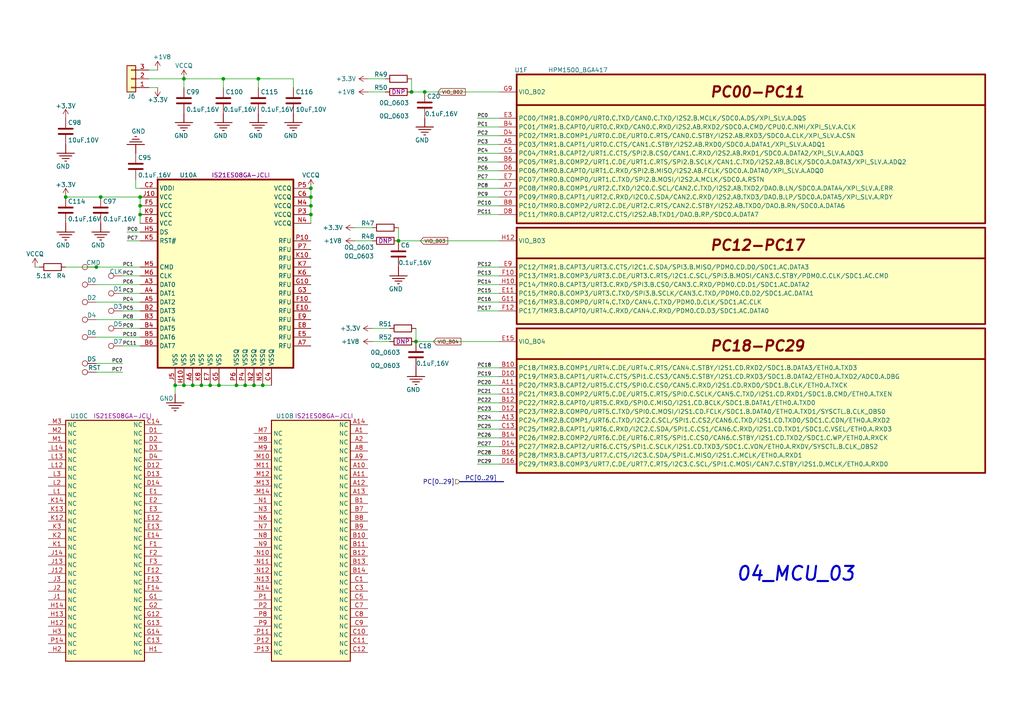
<source format=kicad_sch>
(kicad_sch (version 20230121) (generator eeschema)
  (paper "A4")
  (lib_symbols
    (symbol "0.1uF,16V_1" (pin_numbers hide) (pin_names (offset 0.254))
      (property "Reference" "C" (at 0.635 2.54 0))
      (property "Value" "0.1uF,16V_1" (at 0.635 -2.54 0))
      (symbol "0.1uF,16V_1_1_1"
        (pin passive line (at 0 3.81 270) (length 2.794) (name "~") (number "1"))
        (pin passive line (at 0 -3.81 90) (length 2.794) (name "~") (number "2"))
      )
    )
    (symbol "0.1uF,16V_2" (pin_numbers hide) (pin_names (offset 0.254))
      (property "Reference" "C" (at 0.635 2.54 0))
      (property "Value" "0.1uF,16V_2" (at 0.635 -2.54 0))
      (symbol "0.1uF,16V_2_1_1"
        (pin passive line (at 0 3.81 270) (length 2.794) (name "~") (number "1"))
        (pin passive line (at 0 -3.81 90) (length 2.794) (name "~") (number "2"))
      )
    )
    (symbol "0.1uF,16V_3" (pin_numbers hide) (pin_names (offset 0.254))
      (property "Reference" "C" (at 0.635 2.54 0))
      (property "Value" "0.1uF,16V_3" (at 0.635 -2.54 0))
      (symbol "0.1uF,16V_3_1_1"
        (pin passive line (at 0 3.81 270) (length 2.794) (name "~") (number "1"))
        (pin passive line (at 0 -3.81 90) (length 2.794) (name "~") (number "2"))
      )
    )
    (symbol "0.1uF,16V_4" (pin_numbers hide) (pin_names (offset 0.254))
      (property "Reference" "C" (at 0.635 2.54 0))
      (property "Value" "0.1uF,16V_4" (at 0.635 -2.54 0))
      (symbol "0.1uF,16V_4_1_1"
        (pin passive line (at 0 3.81 270) (length 2.794) (name "~") (number "1"))
        (pin passive line (at 0 -3.81 90) (length 2.794) (name "~") (number "2"))
      )
    )
    (symbol "0.1uF,16V_5" (pin_numbers hide) (pin_names (offset 0.254))
      (property "Reference" "C" (at 0.635 2.54 0))
      (property "Value" "0.1uF,16V_5" (at 0.635 -2.54 0))
      (symbol "0.1uF,16V_5_1_1"
        (pin passive line (at 0 3.81 270) (length 2.794) (name "~") (number "1"))
        (pin passive line (at 0 -3.81 90) (length 2.794) (name "~") (number "2"))
      )
    )
    (symbol "0.1uF,16V_6" (pin_numbers hide) (pin_names (offset 0.254))
      (property "Reference" "C" (at 0.635 2.54 0))
      (property "Value" "0.1uF,16V_6" (at 0.635 -2.54 0))
      (symbol "0.1uF,16V_6_1_1"
        (pin passive line (at 0 3.81 270) (length 2.794) (name "~") (number "1"))
        (pin passive line (at 0 -3.81 90) (length 2.794) (name "~") (number "2"))
      )
    )
    (symbol "0.1uF,16V_7" (pin_numbers hide) (pin_names (offset 0.254))
      (property "Reference" "C" (at 0.635 2.54 0))
      (property "Value" "0.1uF,16V_7" (at 0.635 -2.54 0))
      (symbol "0.1uF,16V_7_1_1"
        (pin passive line (at 0 3.81 270) (length 2.794) (name "~") (number "1"))
        (pin passive line (at 0 -3.81 90) (length 2.794) (name "~") (number "2"))
      )
    )
    (symbol "0.1uF,16V_8" (pin_numbers hide) (pin_names (offset 0.254))
      (property "Reference" "C" (at 0.635 2.54 0))
      (property "Value" "0.1uF,16V_8" (at 0.635 -2.54 0))
      (symbol "0.1uF,16V_8_1_1"
        (pin passive line (at 0 3.81 270) (length 2.794) (name "~") (number "1"))
        (pin passive line (at 0 -3.81 90) (length 2.794) (name "~") (number "2"))
      )
    )
    (symbol "00_HPM6800_Library:HPM6880IBD1"
      (property "Reference" "U" (at -33.02 1.27 0))
      (property "Value" "HPM6880IBD1" (at -22.86 1.27 0))
      (symbol "HPM6880IBD1_1_1"
        (text "DDR_DCDC" (at -6.35 -53.34 0) (effects (font (size 1.5 1.5) bold italic)))
        (text "VDDSOC_DCDC" (at -8.382 -1.524 0) (effects (font (size 1.5 1.5) bold italic)))
        (pin input line (at -40.64 -99.06 0) (length 5.08) (name "VREFL") (number "AA19"))
        (pin input line (at 5.08 -43.18 180) (length 5.08) (name "VDD_SOC") (number "AA9"))
        (pin input line (at 5.08 -99.06 180) (length 5.08) (name "DCDC_GND") (number "AE1"))
        (pin input line (at 5.08 -96.52 180) (length 5.08) (name "DCDC_GND") (number "AE3"))
        (pin input line (at 5.08 -93.98 180) (length 5.08) (name "DCDC_GND") (number "AE5"))
        (pin input line (at 5.08 -48.26 180) (length 5.08) (name "DCDC_SNS") (number "AE7"))
        (pin input line (at 5.08 -8.89 180) (length 5.08) (name "DCDC_LP\n") (number "AF2"))
        (pin input line (at 5.08 -6.35 180) (length 5.08) (name "DCDC_LP\n") (number "AF4"))
        (pin input line (at 5.08 -3.81 180) (length 5.08) (name "DCDC_LP\n") (number "AF6"))
        (pin input line (at 5.08 -91.44 180) (length 5.08) (name "DCDC_GND") (number "AF8"))
        (pin input line (at -40.64 -3.81 0) (length 5.08) (name "DCDC_IN") (number "AG3"))
        (pin input line (at -40.64 -6.35 0) (length 5.08) (name "DCDC_IN") (number "AG5"))
        (pin input line (at 5.08 -77.47 180) (length 5.08) (name "DCDCM_SNS") (number "AG7"))
        (pin input line (at -40.64 -8.89 0) (length 5.08) (name "DCDC_IN") (number "AH2"))
        (pin input line (at -40.64 -11.43 0) (length 5.08) (name "DCDC_IN") (number "AH4"))
        (pin input line (at 5.08 -60.96 180) (length 5.08) (name "DCDCM_LP") (number "AH6"))
        (pin input line (at 5.08 -88.9 180) (length 5.08) (name "DCDC_GND") (number "AH8"))
        (pin input line (at -40.64 -13.97 0) (length 5.08) (name "DCDC_IN") (number "AJ5"))
        (pin input line (at 5.08 -58.42 180) (length 5.08) (name "DCDCM_LP") (number "AJ7"))
        (pin input line (at -40.64 -55.88 0) (length 5.08) (name "VIO_B11") (number "J15"))
        (pin input line (at -40.64 -63.5 0) (length 5.08) (name "VPLL") (number "L13"))
        (pin input line (at -40.64 -60.96 0) (length 5.08) (name "VPLL") (number "M12"))
        (pin input line (at -40.64 -20.32 0) (length 5.08) (name "VDD_SOC") (number "M14"))
        (pin input line (at -40.64 -22.86 0) (length 5.08) (name "VDD_SOC") (number "M16"))
        (pin input line (at -40.64 -58.42 0) (length 5.08) (name "VPLL") (number "N11"))
        (pin input line (at -40.64 -25.4 0) (length 5.08) (name "VDD_SOC") (number "N13"))
        (pin input line (at -40.64 -27.94 0) (length 5.08) (name "VDD_SOC") (number "N17"))
        (pin input line (at -40.64 -30.48 0) (length 5.08) (name "VDD_SOC") (number "P12"))
        (pin input line (at -40.64 -33.02 0) (length 5.08) (name "VDD_SOC") (number "P14"))
        (pin input line (at -40.64 -35.56 0) (length 5.08) (name "VDD_SOC") (number "P16"))
        (pin input line (at -40.64 -38.1 0) (length 5.08) (name "VDD_SOC") (number "P18"))
        (pin input line (at -40.64 -53.34 0) (length 5.08) (name "VDDA_MIPI\n") (number "R9"))
        (pin input line (at -40.64 -40.64 0) (length 5.08) (name "VDD_SOC") (number "T12"))
        (pin input line (at -40.64 -43.18 0) (length 5.08) (name "VDD_SOC") (number "T14"))
        (pin input line (at -40.64 -45.72 0) (length 5.08) (name "VDD_SOC") (number "T16"))
        (pin input line (at -40.64 -48.26 0) (length 5.08) (name "VDD_SOC") (number "T18"))
        (pin input line (at -40.64 -82.55 0) (length 5.08) (name "VSSA") (number "T20"))
        (pin input line (at 5.08 -20.32 180) (length 5.08) (name "VDD_SOC") (number "U11"))
        (pin input line (at 5.08 -22.86 180) (length 5.08) (name "VDD_SOC") (number "U13"))
        (pin input line (at 5.08 -25.4 180) (length 5.08) (name "VDD_SOC") (number "U17"))
        (pin input line (at -40.64 -77.47 0) (length 5.08) (name "VANA") (number "U19"))
        (pin input line (at 5.08 -27.94 180) (length 5.08) (name "VDD_SOC") (number "V12"))
        (pin input line (at 5.08 -30.48 180) (length 5.08) (name "VDD_SOC") (number "V14"))
        (pin input line (at 5.08 -33.02 180) (length 5.08) (name "VDD_SOC") (number "V16"))
        (pin input line (at -40.64 -74.93 0) (length 5.08) (name "VANA") (number "V18"))
        (pin input line (at -40.64 -85.09 0) (length 5.08) (name "VSSA") (number "V20"))
        (pin input line (at 5.08 -35.56 180) (length 5.08) (name "VDD_SOC") (number "W11"))
        (pin input line (at 5.08 -38.1 180) (length 5.08) (name "VDD_SOC") (number "W13"))
        (pin input line (at -40.64 -72.39 0) (length 5.08) (name "VANA") (number "W17"))
        (pin input line (at -40.64 -91.44 0) (length 5.08) (name "VREFH") (number "W19"))
        (pin input line (at 5.08 -40.64 180) (length 5.08) (name "VDD_SOC") (number "Y10"))
        (pin input line (at -40.64 -96.52 0) (length 5.08) (name "VREFL") (number "Y18"))
        (pin input line (at -40.64 -88.9 0) (length 5.08) (name "VREFH") (number "Y20"))
      )
      (symbol "HPM6880IBD1_2_1"
        (pin input line (at -40.64 -8.89 0) (length 5.08) (name "VSS") (number "A15"))
        (pin input line (at -40.64 -11.43 0) (length 5.08) (name "VSS") (number "A21"))
        (pin input line (at -40.64 -13.97 0) (length 5.08) (name "VSS") (number "A27"))
        (pin input line (at -40.64 -3.81 0) (length 5.08) (name "VSS") (number "A3"))
        (pin input line (at -40.64 -6.35 0) (length 5.08) (name "VSS") (number "A9"))
        (pin input line (at 5.08 -52.07 180) (length 5.08) (name "VSS") (number "AA1"))
        (pin input line (at 5.08 -57.15 180) (length 5.08) (name "VSS") (number "AA11"))
        (pin input line (at 5.08 -59.69 180) (length 5.08) (name "VSS") (number "AA13"))
        (pin input line (at 5.08 -62.23 180) (length 5.08) (name "VSS") (number "AA17"))
        (pin input line (at 5.08 -64.77 180) (length 5.08) (name "VSS") (number "AA27"))
        (pin input line (at 5.08 -67.31 180) (length 5.08) (name "VSS") (number "AA29"))
        (pin input line (at 5.08 -54.61 180) (length 5.08) (name "VSS") (number "AA3"))
        (pin input line (at 5.08 -69.85 180) (length 5.08) (name "VSS") (number "AD28"))
        (pin input line (at 5.08 -72.39 180) (length 5.08) (name "VSS") (number "AE25"))
        (pin input line (at 5.08 -74.93 180) (length 5.08) (name "VSS") (number "AG1"))
        (pin input line (at 5.08 -80.01 180) (length 5.08) (name "VSS") (number "AG15"))
        (pin input line (at 5.08 -82.55 180) (length 5.08) (name "VSS") (number "AG21"))
        (pin input line (at 5.08 -85.09 180) (length 5.08) (name "VSS") (number "AG29"))
        (pin input line (at 5.08 -77.47 180) (length 5.08) (name "VSS") (number "AG9"))
        (pin input line (at 5.08 -87.63 180) (length 5.08) (name "VSS") (number "AH24"))
        (pin input line (at 5.08 -95.25 180) (length 5.08) (name "VSS") (number "AJ15"))
        (pin input line (at 5.08 -97.79 180) (length 5.08) (name "VSS") (number "AJ21"))
        (pin input line (at 5.08 -100.33 180) (length 5.08) (name "VSS") (number "AJ27"))
        (pin input line (at 5.08 -92.71 180) (length 5.08) (name "VSS") (number "AJ3"))
        (pin input line (at 5.08 -90.17 180) (length 5.08) (name "VSS") (number "AJ9"))
        (pin input line (at -40.64 -16.51 0) (length 5.08) (name "VSS") (number "C1"))
        (pin input line (at -40.64 -21.59 0) (length 5.08) (name "VSS") (number "C15"))
        (pin input line (at -40.64 -24.13 0) (length 5.08) (name "VSS") (number "C21"))
        (pin input line (at -40.64 -26.67 0) (length 5.08) (name "VSS") (number "C29"))
        (pin input line (at -40.64 -19.05 0) (length 5.08) (name "VSS") (number "C9"))
        (pin input line (at -40.64 -31.75 0) (length 5.08) (name "VSS") (number "E25"))
        (pin input line (at -40.64 -29.21 0) (length 5.08) (name "VSS") (number "E5"))
        (pin input line (at -40.64 -34.29 0) (length 5.08) (name "VSS") (number "J1"))
        (pin input line (at -40.64 -39.37 0) (length 5.08) (name "VSS") (number "J11"))
        (pin input line (at -40.64 -41.91 0) (length 5.08) (name "VSS") (number "J13"))
        (pin input line (at -40.64 -44.45 0) (length 5.08) (name "VSS") (number "J17"))
        (pin input line (at -40.64 -46.99 0) (length 5.08) (name "VSS") (number "J19"))
        (pin input line (at -40.64 -49.53 0) (length 5.08) (name "VSS") (number "J27"))
        (pin input line (at -40.64 -52.07 0) (length 5.08) (name "VSS") (number "J29"))
        (pin input line (at -40.64 -36.83 0) (length 5.08) (name "VSS") (number "J3"))
        (pin input line (at -40.64 -54.61 0) (length 5.08) (name "VSS") (number "K12"))
        (pin input line (at -40.64 -57.15 0) (length 5.08) (name "VSS") (number "K14"))
        (pin input line (at -40.64 -59.69 0) (length 5.08) (name "VSS") (number "K16"))
        (pin input line (at -40.64 -62.23 0) (length 5.08) (name "VSS") (number "K18"))
        (pin input line (at -40.64 -67.31 0) (length 5.08) (name "VSS") (number "L15"))
        (pin input line (at -40.64 -69.85 0) (length 5.08) (name "VSS") (number "L21"))
        (pin input line (at -40.64 -64.77 0) (length 5.08) (name "VSS") (number "L9"))
        (pin input line (at -40.64 -72.39 0) (length 5.08) (name "VSS") (number "M10"))
        (pin input line (at -40.64 -74.93 0) (length 5.08) (name "VSS") (number "M20"))
        (pin input line (at -40.64 -77.47 0) (length 5.08) (name "VSS") (number "M28"))
        (pin input line (at -40.64 -82.55 0) (length 5.08) (name "VSS") (number "N15"))
        (pin input line (at -40.64 -85.09 0) (length 5.08) (name "VSS") (number "N21"))
        (pin input line (at -40.64 -80.01 0) (length 5.08) (name "VSS") (number "N9"))
        (pin input line (at -40.64 -87.63 0) (length 5.08) (name "VSS") (number "P10"))
        (pin input line (at -40.64 -90.17 0) (length 5.08) (name "VSS") (number "P20"))
        (pin input line (at 5.08 -3.81 180) (length 5.08) (name "VSS") (number "R1"))
        (pin input line (at 5.08 -8.89 180) (length 5.08) (name "VSS") (number "R11"))
        (pin input line (at 5.08 -11.43 180) (length 5.08) (name "VSS") (number "R13"))
        (pin input line (at 5.08 -13.97 180) (length 5.08) (name "VSS") (number "R15"))
        (pin input line (at 5.08 -16.51 180) (length 5.08) (name "VSS") (number "R17"))
        (pin input line (at 5.08 -19.05 180) (length 5.08) (name "VSS") (number "R19"))
        (pin input line (at 5.08 -21.59 180) (length 5.08) (name "VSS") (number "R27"))
        (pin input line (at 5.08 -24.13 180) (length 5.08) (name "VSS") (number "R29"))
        (pin input line (at 5.08 -6.35 180) (length 5.08) (name "VSS") (number "R3"))
        (pin input line (at -40.64 -92.71 0) (length 5.08) (name "VSS") (number "T10"))
        (pin input line (at -40.64 -97.79 0) (length 5.08) (name "VSS") (number "U15"))
        (pin input line (at -40.64 -95.25 0) (length 5.08) (name "VSS") (number "U21"))
        (pin input line (at -40.64 -100.33 0) (length 5.08) (name "VSS") (number "U9"))
        (pin input line (at 5.08 -26.67 180) (length 5.08) (name "VSS") (number "V10"))
        (pin input line (at 5.08 -31.75 180) (length 5.08) (name "VSS") (number "V28"))
        (pin input line (at 5.08 -36.83 180) (length 5.08) (name "VSS") (number "W15"))
        (pin input line (at 5.08 -39.37 180) (length 5.08) (name "VSS") (number "W21"))
        (pin input line (at 5.08 -34.29 180) (length 5.08) (name "VSS") (number "W9"))
        (pin input line (at 5.08 -41.91 180) (length 5.08) (name "VSS") (number "Y12"))
        (pin input line (at 5.08 -44.45 180) (length 5.08) (name "VSS") (number "Y14"))
        (pin input line (at 5.08 -46.99 180) (length 5.08) (name "VSS") (number "Y16"))
      )
      (symbol "HPM6880IBD1_3_1"
        (text "DH" (at -15.24 -104.14 0) (effects (font (size 1.27 1.27) bold italic)))
        (text "DL" (at -15.24 -74.93 0) (effects (font (size 1.27 1.27) bold italic)))
        (pin input line (at -40.64 -11.43 0) (length 5.08) (name "VDDR") (number "AA21"))
        (pin input line (at -40.64 -26.67 0) (length 5.08) (name "VDDR") (number "AA23"))
        (pin input line (at -40.64 -8.89 0) (length 5.08) (name "VDDR") (number "AA25"))
        (pin input line (at -40.64 -29.21 0) (length 5.08) (name "VDDR") (number "AB22"))
        (pin input line (at -40.64 -104.14 0) (length 5.08) (name "DDR_CKP") (number "AB24"))
        (pin input line (at 5.08 -8.89 180) (length 5.08) (name "DDR_A2") (number "AB26"))
        (pin input line (at 5.08 -16.51 180) (length 5.08) (name "DDR_A5") (number "AB28"))
        (pin input line (at 5.08 -29.21 180) (length 5.08) (name "DDR_A10") (number "AC23"))
        (pin input line (at -40.64 -101.6 0) (length 5.08) (name "DDR_CKN") (number "AC25"))
        (pin input line (at 5.08 -3.81 180) (length 5.08) (name "DDR_A0") (number "AC27"))
        (pin input line (at 5.08 -11.43 180) (length 5.08) (name "DDR_A3") (number "AC29"))
        (pin input line (at 5.08 -41.91 180) (length 5.08) (name "DDR_A15") (number "AD24"))
        (pin input line (at 5.08 -34.29 180) (length 5.08) (name "DDR_A12") (number "AD26"))
        (pin input line (at 5.08 -6.35 180) (length 5.08) (name "DDR_A1") (number "AE27"))
        (pin input line (at -40.64 -68.58 0) (length 5.08) (name "DDR_BA1") (number "AE29"))
        (pin input line (at -40.64 -55.88 0) (length 5.08) (name "DDR_ZQ") (number "AF24"))
        (pin input line (at 5.08 -31.75 180) (length 5.08) (name "DDR_A11") (number "AF26"))
        (pin input line (at 5.08 -13.97 180) (length 5.08) (name "DDR_A4") (number "AF28"))
        (pin input line (at -40.64 -83.82 0) (length 5.08) (name "DDR_CKE0") (number "AG25"))
        (pin input line (at 5.08 -19.05 180) (length 5.08) (name "DDR_A6") (number "AG27"))
        (pin input line (at 5.08 -24.13 180) (length 5.08) (name "DDR_A8") (number "AH26"))
        (pin input line (at 5.08 -39.37 180) (length 5.08) (name "DDR_A14") (number "AH28"))
        (pin input line (at -40.64 -86.36 0) (length 5.08) (name "DDR_CKE1") (number "AJ25"))
        (pin input line (at -40.64 -24.13 0) (length 5.08) (name "VDDR") (number "J23"))
        (pin input line (at -40.64 -21.59 0) (length 5.08) (name "VDDR") (number "J25"))
        (pin input line (at 5.08 -104.14 180) (length 5.08) (name "DDR_DM1") (number "K22"))
        (pin input line (at 5.08 -81.28 180) (length 5.08) (name "DDR_D9") (number "K24"))
        (pin input line (at 5.08 -71.12 180) (length 5.08) (name "DDR_D6") (number "K26"))
        (pin input line (at 5.08 -66.04 180) (length 5.08) (name "DDR_D4") (number "K28"))
        (pin input line (at 5.08 -86.36 180) (length 5.08) (name "DDR_D11") (number "L23"))
        (pin input line (at 5.08 -91.44 180) (length 5.08) (name "DDR_D13") (number "L25"))
        (pin input line (at 5.08 -53.34 180) (length 5.08) (name "DDR_DQS0N") (number "L27"))
        (pin input line (at 5.08 -50.8 180) (length 5.08) (name "DDR_DQS0P") (number "L29"))
        (pin input line (at -40.64 -31.75 0) (length 5.08) (name "VDDR") (number "M22"))
        (pin input line (at 5.08 -96.52 180) (length 5.08) (name "DDR_D15") (number "M24"))
        (pin input line (at 5.08 -60.96 180) (length 5.08) (name "DDR_D2") (number "M26"))
        (pin input line (at 5.08 -93.98 180) (length 5.08) (name "DDR_D14") (number "N23"))
        (pin input line (at 5.08 -88.9 180) (length 5.08) (name "DDR_D12") (number "N25"))
        (pin input line (at 5.08 -55.88 180) (length 5.08) (name "DDR_D0") (number "N27"))
        (pin input line (at 5.08 -48.26 180) (length 5.08) (name "DDR_DM0") (number "N29"))
        (pin input line (at 5.08 -101.6 180) (length 5.08) (name "DDR_DQS1N") (number "P22"))
        (pin input line (at 5.08 -99.06 180) (length 5.08) (name "DDR_DQS1P") (number "P24"))
        (pin input line (at 5.08 -58.42 180) (length 5.08) (name "DDR_D1") (number "P26"))
        (pin input line (at 5.08 -63.5 180) (length 5.08) (name "DDR_D3") (number "P28"))
        (pin input line (at -40.64 -6.35 0) (length 5.08) (name "DDR_VREF") (number "R21"))
        (pin input line (at -40.64 -19.05 0) (length 5.08) (name "VDDR") (number "R23"))
        (pin input line (at -40.64 -16.51 0) (length 5.08) (name "VDDR") (number "R25"))
        (pin input line (at 5.08 -83.82 180) (length 5.08) (name "DDR_D10") (number "T22"))
        (pin input line (at 5.08 -78.74 180) (length 5.08) (name "DDR_D8") (number "T24"))
        (pin input line (at 5.08 -73.66 180) (length 5.08) (name "DDR_D7") (number "T26"))
        (pin input line (at 5.08 -68.58 180) (length 5.08) (name "DDR_D5") (number "T28"))
        (pin input line (at -40.64 -71.12 0) (length 5.08) (name "DDR_BA2") (number "U23"))
        (pin input line (at -40.64 -66.04 0) (length 5.08) (name "DDR_BA0") (number "U25"))
        (pin input line (at -40.64 -88.9 0) (length 5.08) (name "DDR_ODT0") (number "U27"))
        (pin input line (at -40.64 -91.44 0) (length 5.08) (name "DDR_ODT1") (number "U29"))
        (pin input line (at -40.64 -13.97 0) (length 5.08) (name "VDDR") (number "V22"))
        (pin input line (at -40.64 -78.74 0) (length 5.08) (name "DDR_CS0") (number "V24"))
        (pin input line (at -40.64 -81.28 0) (length 5.08) (name "DDR_CS1") (number "V26"))
        (pin input line (at -40.64 -60.96 0) (length 5.08) (name "DDR_WE") (number "W23"))
        (pin input line (at -40.64 -50.8 0) (length 5.08) (name "DDR_CAS") (number "W25"))
        (pin input line (at 5.08 -21.59 180) (length 5.08) (name "DDR_A7") (number "W27"))
        (pin input line (at -40.64 -58.42 0) (length 5.08) (name "DDR_RST") (number "W29"))
        (pin input line (at -40.64 -3.81 0) (length 5.08) (name "DDR_VREF") (number "Y22"))
        (pin input line (at -40.64 -53.34 0) (length 5.08) (name "DDR_RAS") (number "Y24"))
        (pin input line (at 5.08 -26.67 180) (length 5.08) (name "DDR_A9") (number "Y26"))
        (pin input line (at 5.08 -36.83 180) (length 5.08) (name "DDR_A13") (number "Y28"))
      )
      (symbol "HPM6880IBD1_4_1"
        (text "PA00-PA27" (at -66.04 -5.08 0) (effects (font (size 3 3) bold italic)))
        (pin input line (at -142.24 -63.5 0) (length 5.08) (name "PA20/TMR3.A.CAPT2/URT5.A.CTS/CAN5.A.RXD/I2S0.CD.BCLK/DIS0.AB.G2/CAM0.A.PIXCLK") (number "AA5"))
        (pin input line (at -142.24 -5.08 0) (length 5.08) (name "VIO_B00") (number "AA7"))
        (pin input line (at -142.24 -22.86 0) (length 5.08) (name "PA04/TMR1.A.CAPT2/URT1.A.CTS/CAN1.A.RXD/JTAG.A.TDO") (number "AB2"))
        (pin input line (at -142.24 -25.4 0) (length 5.08) (name "PA05/TMR1.A.COMP2/URT1.A.DE/URT1.A.RTS/CAN1.A.TXD/JTAG.A.TDI") (number "AB4"))
        (pin input line (at -142.24 -58.42 0) (length 5.08) (name "PA18/TMR3.A.COMP1/URT4.A.DE/URT4.A.RTS/CAN4.A.STBY/I2S0.CD.FCLK/DIS0.AB.R7/CAM0.A.D7/CPU0.A.NMI") (number "AB6"))
        (pin input line (at -142.24 -60.96 0) (length 5.08) (name "PA19/TMR3.A.CAPT1/URT4.A.CTS/CAN5.A.STBY/I2S0.C.MCLK/DIS0.AB.R6/CAM0.A.D6") (number "AB8"))
        (pin input line (at -142.24 -17.78 0) (length 5.08) (name "PA02/TMR1.A.COMP1/URT0.A.DE/URT0.A.RTS/CAN0.A.STBY/DAO.A.LN") (number "AC1"))
        (pin input line (at -142.24 -20.32 0) (length 5.08) (name "PA03/TMR1.A.CAPT1/URT0.A.CTS/CAN1.A.STBY/DAO.A.LP") (number "AC3"))
        (pin input line (at -142.24 -53.34 0) (length 5.08) (name "PA16/TMR3.A.COMP0/URT4.A.TXD/CAN4.A.TXD/I2S0.CD.RXD0/DIS0.AB.R5/CAM0.A.D9") (number "AC5"))
        (pin input line (at -142.24 -55.88 0) (length 5.08) (name "PA17/TMR3.A.CAPT0/URT4.A.RXD/CAN4.A.RXD/I2S0.CD.RXD2/DIS0.AB.R4/CAM0.A.D8") (number "AC7"))
        (pin input line (at -142.24 -12.7 0) (length 5.08) (name "PA00/TMR1.A.COMP0/URT0.A.TXD/CAN0.A.TXD/DAO.A.RN") (number "AD2"))
        (pin input line (at -142.24 -15.24 0) (length 5.08) (name "PA01/TMR1.A.CAPT0/URT0.A.RXD/CAN0.A.RXD/DAO.A.RP") (number "AD4"))
        (pin input line (at -142.24 -48.26 0) (length 5.08) (name "PA14/TMR0.A.CAPT3/URT3.A.RXD/CAN3.A.RXD/I2S0.CD.RXD1/DIS0.B.CLK/CAM0.A.VSYNC") (number "AD6"))
        (pin input line (at -142.24 -50.8 0) (length 5.08) (name "PA15/TMR0.A.COMP3/URT3.A.TXD/CAN3.A.TXD/I2S0.CD.RXD3/DIS0.AB.R3/CAM0.A.HSYNC") (number "AD8"))
        (pin input line (at -142.24 -43.18 0) (length 5.08) (name "PA12/TMR1.A.CAPT3/URT3.A.CTS/I2C1.A.SDA/SPI0.A.MISO/PDM0.AB.D0/DIS0.AB.G6/CAM0.A.D4") (number "U1"))
        (pin input line (at -142.24 -45.72 0) (length 5.08) (name "PA13/TMR1.A.COMP3/URT3.A.DE/URT3.A.RTS/I2C1.A.SCL/SPI0.A.MOSI/CAN3.A.STBY/PDM0.AB.D2/DIS0.AB.G5/CAM0.A.D5") (number "U3"))
        (pin input line (at -142.24 -78.74 0) (length 5.08) (name "PA26/TMR2.A.COMP2/URT6.A.DE/URT6.A.RTS/SPI1.A.CS0/CAN6.A.STBY/SDC1.A.CDN/CAM0.B.PIXCLK") (number "U5"))
        (pin input line (at -142.24 -81.28 0) (length 5.08) (name "PA27/TMR2.A.CAPT2/URT6.A.CTS/SPI1.A.SCLK/SDC1.A.WP/CAM0.B.D2") (number "U7"))
        (pin input line (at -142.24 -38.1 0) (length 5.08) (name "PA10/TMR0.A.COMP2/URT2.A.DE/URT2.A.RTS/SPI0.A.CS0/CAN2.A.STBY/PDM0.A.CLK/DIS0.AB.G4/CAM0.A.D3") (number "V2"))
        (pin input line (at -142.24 -40.64 0) (length 5.08) (name "PA11/TMR0.A.CAPT2/URT2.A.CTS/SPI0.A.SCLK/PDM0.B.CLK/DIS0.AB.G3/CAM0.A.D2") (number "V4"))
        (pin input line (at -142.24 -76.2 0) (length 5.08) (name "PA25/TMR2.A.CAPT1/URT6.A.RXD/I2C2.A.SDA/SPI1.A.MOSI/CAN6.A.RXD/I2S0.D.MCLK/SDC1.A.VSEL/CAM0.B.D3") (number "V6"))
        (pin input line (at -142.24 -7.62 0) (length 5.08) (name "VIO_B00") (number "V8"))
        (pin input line (at -142.24 -33.02 0) (length 5.08) (name "PA08/TMR0.A.COMP1/URT2.A.TXD/I2C0.A.SCL/CAN2.A.TXD/PDM0.AB.D1/JTAG.A.TRST") (number "W1"))
        (pin input line (at -142.24 -35.56 0) (length 5.08) (name "PA09/TMR0.A.CAPT1/URT2.A.RXD/I2C0.A.SDA/CAN2.A.RXD/PDM0.AB.D3") (number "W3"))
        (pin input line (at -142.24 -71.12 0) (length 5.08) (name "PA23/TMR2.A.COMP0/URT5.A.TXD/I2S0.CD.TXD0/SDC0.B.RSTN/CAM0.B.D4") (number "W5"))
        (pin input line (at -142.24 -73.66 0) (length 5.08) (name "PA24/TMR2.A.COMP1/URT6.A.TXD/I2C2.A.SCL/SPI1.A.MISO/CAN6.A.TXD/I2S0.CD.TXD2/SDC1.A.VON/CAM0.B.D5") (number "W7"))
        (pin input line (at -142.24 -27.94 0) (length 5.08) (name "PA06/TMR0.A.CAPT0/URT1.A.RXD/JTAG.A.TCK") (number "Y2"))
        (pin input line (at -142.24 -30.48 0) (length 5.08) (name "PA07/TMR0.A.COMP0/URT1.A.TXD/JTAG.A.TMS") (number "Y4"))
        (pin input line (at -142.24 -66.04 0) (length 5.08) (name "PA21/TMR3.A.COMP2/URT5.A.DE/URT5.A.RTS/CAN5.A.TXD/I2S0.CD.TXD1/CAM0.A.XCLK") (number "Y6"))
        (pin input line (at -142.24 -68.58 0) (length 5.08) (name "PA22/TMR2.A.CAPT0/URT5.A.RXD/I2S0.CD.TXD3") (number "Y8"))
      )
      (symbol "HPM6880IBD1_5_1"
        (text "PA28-PB31" (at -82.55 -7.62 0) (effects (font (size 3 3) bold italic)))
        (pin input line (at -158.75 -36.83 0) (length 5.08) (name "PB04/TMR5.A.CAPT2/URT1.B.CTS/SPI2.A.CS0/CAN1.B.RXD/DIS0.AB.B2/MIPI2.A.D0N/LVDS2.A.D0N") (number "F2"))
        (pin input line (at -158.75 -39.37 0) (length 5.08) (name "PB05/TMR5.A.COMP2/URT1.B.DE/URT1.B.RTS/SPI2.A.SCLK/CAN1.B.TXD/DIS0.AB.G7/MIPI2.A.D0P/LVDS2.A.D0P") (number "F4"))
        (pin input line (at -158.75 -82.55 0) (length 5.08) (name "PB22/TMR6.A.CAPT0/URT5.B.RXD/SPI1.B.MISO/I2S1.AB.TXD3/SDC0.B.DATA6/MIPI3.A.D0N/LVDS3.A.D0N") (number "F6"))
        (pin input line (at -158.75 -87.63 0) (length 5.08) (name "PB24/TMR6.A.COMP1/URT6.B.TXD/I2C2.B.SCL/SPI0.B.CS2/CAN6.B.TXD/I2S1.A.MCLK/SDC0.B.DATA7/MIPI3.A.D0P/LVDS3.A.D0P") (number "F8"))
        (pin input line (at -158.75 -41.91 0) (length 5.08) (name "PB06/TMR4.A.CAPT0/URT1.B.RXD/SPI2.A.MISO/DIS0.AB.B3/MIPI2.A.D1N/LVDS2.A.D1N") (number "G1"))
        (pin input line (at -158.75 -44.45 0) (length 5.08) (name "PB07/TMR4.A.COMP0/URT1.B.TXD/SPI2.A.MOSI/DIS0.AB.B4/MIPI2.A.D1P/LVDS2.A.D1P") (number "G3"))
        (pin input line (at -158.75 -90.17 0) (length 5.08) (name "PB25/TMR6.A.CAPT1/URT6.B.RXD/I2C2.B.SDA/SPI0.B.CS1/CAN6.B.RXD/I2S1.AB.BCLK/SDC0.B.DATA4/MIPI3.A.D1N/LVDS3.A.D1N") (number "G5"))
        (pin input line (at -158.75 -85.09 0) (length 5.08) (name "PB23/TMR6.A.COMP0/URT5.B.TXD/SPI1.B.MOSI/I2S1.AB.FCLK/SDC0.B.DATA5/MIPI3.A.D1P/LVDS3.A.D1P") (number "G7"))
        (pin input line (at -158.75 -46.99 0) (length 5.08) (name "PB08/TMR4.A.COMP1/URT2.B.TXD/I2C0.B.SCL/SPI3.A.CS2/CAN2.B.TXD/DIS0.AB.B6/MIPI2.A.CKN/LVDS2.A.CKN") (number "H2"))
        (pin input line (at -158.75 -49.53 0) (length 5.08) (name "PB09/TMR4.A.CAPT1/URT2.B.RXD/I2C0.B.SDA/SPI3.A.CS1/CAN2.B.RXD/DIS0.AB.B5/MIPI2.A.CKP/LVDS2.A.CKP") (number "H4"))
        (pin input line (at -158.75 -92.71 0) (length 5.08) (name "PB26/TMR6.A.COMP2/URT6.B.DE/URT6.B.RTS/SPI0.B.CS0/CAN6.B.STBY/I2S1.AB.RXD1/SDC0.BC.DATA3/MIPI3.A.CKN/LVDS3.A.CKN") (number "H6"))
        (pin input line (at -158.75 -95.25 0) (length 5.08) (name "PB27/TMR6.A.CAPT2/URT6.B.CTS/SPI0.B.SCLK/I2S1.AB.RXD3/SDC0.BC.DATA0/MIPI3.A.CKP/LVDS3.A.CKP") (number "H8"))
        (pin input line (at -158.75 -97.79 0) (length 5.08) (name "PB28/TMR7.A.CAPT3/URT7.B.CTS/I2C3.B.SDA/SPI0.B.MISO/I2S1.AB.RXD0/SDC0.BC.DATA1/CPU0.B.NMI/MIPI3.A.D2N/LVDS3.A.D2N") (number "J5"))
        (pin input line (at -158.75 -2.54 0) (length 5.08) (name "VIO_B01") (number "J7"))
        (pin input line (at -158.75 -52.07 0) (length 5.08) (name "PB10/TMR4.A.COMP2/URT2.B.DE/URT2.B.RTS/SPI3.A.CS0/CAN2.B.STBY/DIS0.AB.EN/MIPI2.A.D2N/LVDS2.A.D2N") (number "K2"))
        (pin input line (at -158.75 -54.61 0) (length 5.08) (name "PB11/TMR4.A.CAPT2/URT2.B.CTS/SPI3.A.SCLK/DIS0.AB.B7/MIPI2.A.D2P/LVDS2.A.D2P") (number "K4"))
        (pin input line (at -158.75 -100.33 0) (length 5.08) (name "PB29/TMR7.A.COMP3/URT7.B.DE/URT7.B.RTS/I2C3.B.SCL/SPI0.B.MOSI/CAN7.B.STBY/I2S1.AB.RXD2/SDC0.BC.DATA2/MIPI3.A.D2P/LVDS3.A.D2P") (number "K6"))
        (pin input line (at -158.75 -105.41 0) (length 5.08) (name "PB31/TMR6.A.COMP3/URT7.B.TXD/SPI0.B.DAT3/CAN7.B.TXD/SDC0.BC.CMD/MIPI3.A.D3P/LVDS3.A.D3P") (number "K8"))
        (pin input line (at -158.75 -57.15 0) (length 5.08) (name "PB12/TMR5.A.CAPT3/URT3.B.CTS/I2C1.B.SDA/SPI3.A.MISO/DIS0.AB.HSYNC/MIPI2.A.D3N/LVDS2.A.D3N") (number "L1"))
        (pin input line (at -158.75 -59.69 0) (length 5.08) (name "PB13/TMR5.A.COMP3/URT3.B.DE/URT3.B.RTS/I2C1.B.SCL/SPI3.A.MOSI/CAN3.B.STBY/DIS0.A.CLK/MIPI2.A.D3P/LVDS2.A.D3P") (number "L3"))
        (pin input line (at -158.75 -19.05 0) (length 5.08) (name "PA29/TMR3.A.COMP3/URT7.A.DE/URT7.A.RTS/I2C3.A.SCL/CAN7.A.STBY/CAM0.B.XCLK/MIPI1.A.REXT") (number "L5"))
        (pin input line (at -158.75 -102.87 0) (length 5.08) (name "PB30/TMR6.A.CAPT3/URT7.B.RXD/SPI0.B.DAT2/CAN7.B.RXD/SDC0.BC.CLK/MIPI3.A.D3N/LVDS3.A.D3N") (number "L7"))
        (pin input line (at -158.75 -62.23 0) (length 5.08) (name "PB14/TMR4.A.CAPT3/URT3.B.RXD/SPI3.A.DAT2/CAN3.B.RXD/DIS0.AB.VSYNC/SYSCTL.B.CLK_OBS1/MIPI2.A.REXT") (number "M2"))
        (pin input line (at -158.75 -64.77 0) (length 5.08) (name "PB15/TMR4.A.COMP3/URT3.B.TXD/SPI3.A.DAT3/CAN3.B.TXD/SDC0.B.DS/SYSCTL.B.CLK_OBS3/MIPI3.A.REXT") (number "M4"))
        (pin input line (at -158.75 -16.51 0) (length 5.08) (name "PA28/TMR3.A.CAPT3/URT7.A.CTS/I2C3.A.SDA/DIS0.AB.R0/MIPI0.A.REXT") (number "M6"))
        (pin input line (at -158.75 -5.08 0) (length 5.08) (name "VIO_B01") (number "M8"))
        (pin input line (at -158.75 -21.59 0) (length 5.08) (name "PA30/TMR2.A.CAPT3/URT7.A.RXD/CAN7.A.RXD/DIS0.AB.R2/MIPI0.A.D0N/LVDS0.A.D0N") (number "N1"))
        (pin input line (at -158.75 -24.13 0) (length 5.08) (name "PA31/TMR2.A.COMP3/URT7.A.TXD/CAN7.A.TXD/DIS0.AB.R1/MIPI0.A.D0P/LVDS0.A.D0P") (number "N3"))
        (pin input line (at -158.75 -67.31 0) (length 5.08) (name "PB16/TMR7.A.COMP0/URT4.B.TXD/CAN4.B.TXD/CAM0.B.D6/MIPI1.A.D0N/LVDS1.A.D0N") (number "N5"))
        (pin input line (at -158.75 -69.85 0) (length 5.08) (name "PB17/TMR7.A.CAPT0/URT4.B.RXD/CAN4.B.RXD/CAM0.B.D7/MIPI1.A.D0P/LVDS1.A.D0P") (number "N7"))
        (pin input line (at -158.75 -26.67 0) (length 5.08) (name "PB00/TMR5.A.COMP0/URT0.B.TXD/CAN0.B.TXD/DIS0.AB.G1/MIPI0.A.CKN/LVDS0.A.CKN") (number "P2"))
        (pin input line (at -158.75 -29.21 0) (length 5.08) (name "PB01/TMR5.A.CAPT0/URT0.B.RXD/CAN0.B.RXD/DIS0.AB.G0/MIPI0.A.CKP/LVDS0.A.CKP") (number "P4"))
        (pin input line (at -158.75 -72.39 0) (length 5.08) (name "PB18/TMR7.A.COMP1/URT4.B.DE/URT4.B.RTS/CAN4.B.STBY/I2S1.AB.TXD1/CAM0.B.D9/MIPI1.A.CKN/LVDS1.A.CKN") (number "P6"))
        (pin input line (at -158.75 -74.93 0) (length 5.08) (name "PB19/TMR7.A.CAPT1/URT4.B.CTS/SPI0.B.CS3/CAN5.B.STBY/I2S1.B.MCLK/CAM0.B.D8/MIPI1.A.CKP/LVDS1.A.CKP") (number "P8"))
        (pin input line (at -158.75 -7.62 0) (length 5.08) (name "VIO_B01") (number "R5"))
        (pin input line (at -158.75 -10.16 0) (length 5.08) (name "VIO_B01") (number "R7"))
        (pin input line (at -158.75 -31.75 0) (length 5.08) (name "PB02/TMR5.A.COMP1/URT0.B.DE/URT0.B.RTS/CAN0.B.STBY/DIS0.AB.B1/MIPI0.A.D1N/LVDS0.A.D1N") (number "T2"))
        (pin input line (at -158.75 -34.29 0) (length 5.08) (name "PB03/TMR5.A.CAPT1/URT0.B.CTS/SPI3.A.CS3/CAN1.B.STBY/DIS0.AB.B0/MIPI0.A.D1P/LVDS0.A.D1P") (number "T4"))
        (pin input line (at -158.75 -80.01 0) (length 5.08) (name "PB21/TMR7.A.COMP2/URT5.B.DE/URT5.B.RTS/SPI1.B.SCLK/CAN5.B.TXD/I2S1.AB.TXD0/CAM0.B.VSYNC/MIPI1.A.D1N/LVDS1.A.D1N") (number "T6"))
        (pin input line (at -158.75 -77.47 0) (length 5.08) (name "PB20/TMR7.A.CAPT2/URT5.B.CTS/SPI1.B.CS0/CAN5.B.RXD/I2S1.AB.TXD2/CAM0.B.HSYNC/MIPI1.A.D1P/LVDS1.A.D1P") (number "T8"))
      )
      (symbol "HPM6880IBD1_6_1"
        (text "PC00-PC11" (at -66.04 -5.08 0) (effects (font (size 3 3) bold italic)))
        (text "PC12-PC17" (at -66.04 -49.53 0) (effects (font (size 3 3) bold italic)))
        (text "PC18-PC29" (at -66.04 -78.74 0) (effects (font (size 3 3) bold italic)))
        (pin input line (at -140.97 -90.17 0) (length 5.08) (name "PC20/TMR3.B.CAPT2/URT5.C.CTS/SPI0.C.CS0/CAN5.C.RXD/I2S1.CD.RXD0/SDC1.B.CLK/ETH0.A.TXCK") (number "A11"))
        (pin input line (at -140.97 -100.33 0) (length 5.08) (name "PC24/TMR2.B.COMP1/URT6.C.TXD/I2C2.C.SCL/SPI1.C.CS2/CAN6.C.TXD/I2S1.CD.TXD0/SDC1.C.CDN/ETH0.A.RXD2") (number "A13"))
        (pin input line (at -140.97 -20.32 0) (length 5.08) (name "PC03/TMR1.B.CAPT1/URT0.C.CTS/CAN1.C.STBY/I2S2.AB.RXD0/SDC0.A.DATA1/XPI_SLV.A.ADQ1") (number "A5"))
        (pin input line (at -140.97 -33.02 0) (length 5.08) (name "PC08/TMR0.B.COMP1/URT2.C.TXD/I2C0.C.SCL/CAN2.C.TXD/I2S2.AB.TXD2/DAO.B.LN/SDC0.A.DATA4/XPI_SLV.A.ERR") (number "A7"))
        (pin input line (at -140.97 -85.09 0) (length 5.08) (name "PC18/TMR3.B.COMP1/URT4.C.DE/URT4.C.RTS/CAN4.C.STBY/I2S1.CD.RXD2/SDC1.B.DATA3/ETH0.A.TXD3") (number "B10"))
        (pin input line (at -140.97 -95.25 0) (length 5.08) (name "PC22/TMR2.B.CAPT0/URT5.C.RXD/SPI0.C.MISO/I2S1.CD.BCLK/SDC1.B.DATA1/ETH0.A.TXD0") (number "B12"))
        (pin input line (at -140.97 -105.41 0) (length 5.08) (name "PC26/TMR2.B.COMP2/URT6.C.DE/URT6.C.RTS/SPI1.C.CS0/CAN6.C.STBY/I2S1.CD.TXD2/SDC1.C.WP/ETH0.A.RXCK") (number "B14"))
        (pin input line (at -140.97 -110.49 0) (length 5.08) (name "PC28/TMR3.B.CAPT3/URT7.C.CTS/I2C3.C.SDA/SPI1.C.MISO/I2S1.C.MCLK/ETH0.A.RXD1") (number "B16"))
        (pin input line (at -140.97 -15.24 0) (length 5.08) (name "PC01/TMR1.B.CAPT0/URT0.C.RXD/CAN0.C.RXD/I2S2.AB.RXD2/SDC0.A.CMD/CPU0.C.NMI/XPI_SLV.A.CLK") (number "B4"))
        (pin input line (at -140.97 -25.4 0) (length 5.08) (name "PC05/TMR1.B.COMP2/URT1.C.DE/URT1.C.RTS/SPI2.B.SCLK/CAN1.C.TXD/I2S2.AB.BCLK/SDC0.A.DATA3/XPI_SLV.A.ADQ2") (number "B6"))
        (pin input line (at -140.97 -38.1 0) (length 5.08) (name "PC10/TMR0.B.COMP2/URT2.C.DE/URT2.C.RTS/CAN2.C.STBY/I2S2.AB.TXD0/DAO.B.RN/SDC0.A.DATA6") (number "B8"))
        (pin input line (at -140.97 -92.71 0) (length 5.08) (name "PC21/TMR3.B.COMP2/URT5.C.DE/URT5.C.RTS/SPI0.C.SCLK/CAN5.C.TXD/I2S1.CD.RXD1/SDC1.B.CMD/ETH0.A.TXEN") (number "C11"))
        (pin input line (at -140.97 -102.87 0) (length 5.08) (name "PC25/TMR2.B.CAPT1/URT6.C.RXD/I2C2.C.SDA/SPI1.C.CS1/CAN6.C.RXD/I2S1.CD.TXD1/SDC1.C.VSEL/ETH0.A.RXD3") (number "C13"))
        (pin input line (at -140.97 -22.86 0) (length 5.08) (name "PC04/TMR1.B.CAPT2/URT1.C.CTS/SPI2.B.CS0/CAN1.C.RXD/I2S2.AB.RXD1/SDC0.A.DATA2/XPI_SLV.A.ADQ3") (number "C5"))
        (pin input line (at -140.97 -35.56 0) (length 5.08) (name "PC09/TMR0.B.CAPT1/URT2.C.RXD/I2C0.C.SDA/CAN2.C.RXD/I2S2.AB.TXD3/DAO.B.LP/SDC0.A.DATA5/XPI_SLV.A.RDY") (number "C7"))
        (pin input line (at -140.97 -87.63 0) (length 5.08) (name "PC19/TMR3.B.CAPT1/URT4.C.CTS/SPI1.C.CS3/CAN5.C.STBY/I2S1.CD.RXD3/SDC1.B.DATA2/ETH0.A.TXD2/ADC0.A.DBG") (number "D10"))
        (pin input line (at -140.97 -97.79 0) (length 5.08) (name "PC23/TMR2.B.COMP0/URT5.C.TXD/SPI0.C.MOSI/I2S1.CD.FCLK/SDC1.B.DATA0/ETH0.A.TXD1/SYSCTL.B.CLK_OBS0") (number "D12"))
        (pin input line (at -140.97 -107.95 0) (length 5.08) (name "PC27/TMR2.B.CAPT2/URT6.C.CTS/SPI1.C.SCLK/I2S1.CD.TXD3/SDC1.C.VON/ETH0.A.RXDV/SYSCTL.B.CLK_OBS2") (number "D14"))
        (pin input line (at -140.97 -113.03 0) (length 5.08) (name "PC29/TMR3.B.COMP3/URT7.C.DE/URT7.C.RTS/I2C3.C.SCL/SPI1.C.MOSI/CAN7.C.STBY/I2S1.D.MCLK/ETH0.A.RXD0") (number "D16"))
        (pin input line (at -140.97 -17.78 0) (length 5.08) (name "PC02/TMR1.B.COMP1/URT0.C.DE/URT0.C.RTS/CAN0.C.STBY/I2S2.AB.RXD3/SDC0.A.CLK/XPI_SLV.A.CSN") (number "D4"))
        (pin input line (at -140.97 -27.94 0) (length 5.08) (name "PC06/TMR0.B.CAPT0/URT1.C.RXD/SPI2.B.MISO/I2S2.AB.FCLK/SDC0.A.DATA0/XPI_SLV.A.ADQ0") (number "D6"))
        (pin input line (at -140.97 -40.64 0) (length 5.08) (name "PC11/TMR0.B.CAPT2/URT2.C.CTS/I2S2.AB.TXD1/DAO.B.RP/SDC0.A.DATA7") (number "D8"))
        (pin input line (at -140.97 -63.5 0) (length 5.08) (name "PC15/TMR0.B.COMP3/URT3.C.TXD/SPI3.B.SCLK/CAN3.C.TXD/PDM0.CD.D2/SDC1.AC.DATA1") (number "E11"))
        (pin input line (at -140.97 -77.47 0) (length 5.08) (name "VIO_B04") (number "E15"))
        (pin input line (at -140.97 -12.7 0) (length 5.08) (name "PC00/TMR1.B.COMP0/URT0.C.TXD/CAN0.C.TXD/I2S2.B.MCLK/SDC0.A.DS/XPI_SLV.A.DQS") (number "E3"))
        (pin input line (at -140.97 -30.48 0) (length 5.08) (name "PC07/TMR0.B.COMP0/URT1.C.TXD/SPI2.B.MOSI/I2S2.A.MCLK/SDC0.A.RSTN") (number "E7"))
        (pin input line (at -140.97 -55.88 0) (length 5.08) (name "PC12/TMR1.B.CAPT3/URT3.C.CTS/I2C1.C.SDA/SPI3.B.MISO/PDM0.CD.D0/SDC1.AC.DATA3") (number "E9"))
        (pin input line (at -140.97 -58.42 0) (length 5.08) (name "PC13/TMR1.B.COMP3/URT3.C.DE/URT3.C.RTS/I2C1.C.SCL/SPI3.B.MOSI/CAN3.C.STBY/PDM0.C.CLK/SDC1.AC.CMD") (number "F10"))
        (pin input line (at -140.97 -68.58 0) (length 5.08) (name "PC17/TMR3.B.CAPT0/URT4.C.RXD/CAN4.C.RXD/PDM0.CD.D3/SDC1.AC.DATA0") (number "F12"))
        (pin input line (at -140.97 -66.04 0) (length 5.08) (name "PC16/TMR3.B.COMP0/URT4.C.TXD/CAN4.C.TXD/PDM0.D.CLK/SDC1.AC.CLK") (number "G11"))
        (pin input line (at -140.97 -5.08 0) (length 5.08) (name "VIO_B02") (number "G9"))
        (pin input line (at -140.97 -60.96 0) (length 5.08) (name "PC14/TMR0.B.CAPT3/URT3.C.RXD/SPI3.B.CS0/CAN3.C.RXD/PDM0.CD.D1/SDC1.AC.DATA2") (number "H10"))
        (pin input line (at -140.97 -48.26 0) (length 5.08) (name "VIO_B03") (number "H12"))
      )
      (symbol "HPM6880IBD1_7_1"
        (text "PC30-PD03" (at -66.04 -5.08 0) (effects (font (size 3 3) bold italic)))
        (text "PD04-PD19" (at -66.04 -34.29 0) (effects (font (size 3 3) bold italic)))
        (text "PD20-PD31" (at -66.04 -88.9 0) (effects (font (size 3 3) bold italic)))
        (pin input line (at -140.97 -41.91 0) (length 5.08) (name "PD04/TMR5.B.CAPT2/URT1.D.CTS/SPI3.C.CS0/CAN1.D.RXD/PDM0.EF.D0/XPI0.A.CA_CS0") (number "A17"))
        (pin input line (at -140.97 -52.07 0) (length 5.08) (name "PD08/TMR4.B.COMP1/URT2.D.TXD/I2C0.D.SCL/SPI2.C.CS2/CAN2.D.TXD/PDM0.E.CLK/XPI0.A.CA_D0/ETH0.B.TXCK") (number "A19"))
        (pin input line (at -140.97 -102.87 0) (length 5.08) (name "PD22/TMR6.B.CAPT0/URT5.D.RXD/SPI0.D.MISO/I2S3.AB.RXD0/ETH0.A.EVTI2") (number "A23"))
        (pin input line (at -140.97 -123.19 0) (length 5.08) (name "PD30/TMR6.B.CAPT3/URT7.D.RXD/SPI1.D.DAT2/CAN7.D.RXD/I2S3.A.MCLK/ETH0.A.EVTI0/SOC.A.REF0") (number "A25"))
        (pin input line (at -140.97 -46.99 0) (length 5.08) (name "PD06/TMR4.B.CAPT0/URT1.D.RXD/SPI3.C.MISO/I2S2.CD.RXD3/PDM0.F.CLK/XPI0.A.CA_SCLK/ETH0.B.TXD3") (number "B18"))
        (pin input line (at -140.97 -57.15 0) (length 5.08) (name "PD10/TMR4.B.COMP2/URT2.D.DE/URT2.D.RTS/SPI2.C.CS0/CAN2.D.STBY/I2S2.CD.TXD2/XPI0.A.CA_D2/ETH0.B.TXD0") (number "B20"))
        (pin input line (at -140.97 -97.79 0) (length 5.08) (name "PD20/TMR7.B.CAPT2/URT5.D.CTS/SPI0.D.CS0/CAN5.D.RXD/I2S3.AB.RXD1/ETH0.A.EVTI3") (number "B22"))
        (pin input line (at -140.97 -107.95 0) (length 5.08) (name "PD24/TMR6.B.COMP1/URT6.D.TXD/I2C2.D.SCL/SPI1.D.CS2/CAN6.D.TXD/I2S3.AB.BCLK/ETH0.A.EVTI1") (number "B24"))
        (pin input line (at -140.97 -44.45 0) (length 5.08) (name "PD05/TMR5.B.COMP2/URT1.D.DE/URT1.D.RTS/SPI3.C.SCLK/CAN1.D.TXD/PDM0.EF.D1/XPI0.A.CA_CS1") (number "C17"))
        (pin input line (at -140.97 -54.61 0) (length 5.08) (name "PD09/TMR4.B.CAPT1/URT2.D.RXD/I2C0.D.SDA/SPI2.C.CS1/CAN2.D.RXD/PDM0.EF.D2/XPI0.A.CA_D1/ETH0.B.TXEN") (number "C19"))
        (pin input line (at -140.97 -105.41 0) (length 5.08) (name "PD23/TMR6.B.COMP0/URT5.D.TXD/SPI0.D.MOSI/I2S3.AB.RXD2/ETH0.A.EVTO1") (number "C23"))
        (pin input line (at -140.97 -125.73 0) (length 5.08) (name "PD31/TMR6.B.COMP3/URT7.D.TXD/SPI1.D.DAT3/CAN7.D.TXD/I2S3.B.MCLK/ETH0.A.EVTO0/SOC.A.REF1") (number "C25"))
        (pin input line (at -140.97 -49.53 0) (length 5.08) (name "PD07/TMR4.B.COMP0/URT1.D.TXD/SPI3.C.MOSI/I2S2.CD.RXD2/PDM0.EF.D3/XPI0.A.CA_DQS/ETH0.B.TXD2") (number "D18"))
        (pin input line (at -140.97 -59.69 0) (length 5.08) (name "PD11/TMR4.B.CAPT2/URT2.D.CTS/SPI2.C.SCLK/I2S2.CD.TXD3/XPI0.A.CA_D3/ETH0.B.TXD1") (number "D20"))
        (pin input line (at -140.97 -100.33 0) (length 5.08) (name "PD21/TMR7.B.COMP2/URT5.D.DE/URT5.D.RTS/SPI0.D.SCLK/CAN5.D.TXD/I2S3.AB.RXD3/ETH0.A.EVTO3") (number "D22"))
        (pin input line (at -140.97 -110.49 0) (length 5.08) (name "PD25/TMR6.B.CAPT1/URT6.D.RXD/I2C2.D.SDA/SPI1.D.CS1/CAN6.D.RXD/I2S3.AB.FCLK/ETH0.A.EVTO2") (number "D24"))
        (pin input line (at -140.97 -12.7 0) (length 5.08) (name "PC30/TMR2.B.CAPT3/URT7.C.RXD/CAN7.C.RXD/DAO.C.LN/SDC1.B.CDN") (number "E13"))
        (pin input line (at -140.97 -62.23 0) (length 5.08) (name "PD12/TMR5.B.CAPT3/URT3.D.CTS/I2C1.D.SDA/SPI2.C.MISO/I2S2.CD.RXD1/XPI0.A.CB_CS0/ETH0.B.RXD1") (number "E17"))
        (pin input line (at -140.97 -69.85 0) (length 5.08) (name "PD15/TMR4.B.COMP3/URT3.D.TXD/SPI2.C.DAT3/CAN3.D.TXD/I2S2.CD.BCLK/XPI0.A.CB_D0/ETH0.B.RXDV") (number "E19"))
        (pin input line (at -140.97 -80.01 0) (length 5.08) (name "PD19/TMR7.B.CAPT1/URT4.D.CTS/SPI1.D.CS3/CAN5.D.STBY/I2S2.CD.TXD1/XPI0.A.CB_D2") (number "E21"))
        (pin input line (at -140.97 -118.11 0) (length 5.08) (name "PD28/TMR7.B.CAPT3/URT7.D.CTS/I2C3.D.SDA/SPI1.D.MISO/I2S3.AB.TXD0") (number "E23"))
        (pin input line (at -140.97 -17.78 0) (length 5.08) (name "PD00/TMR5.B.COMP0/URT0.D.TXD/CAN0.D.TXD/DAO.C.RN/SDC1.B.VON") (number "F14"))
        (pin input line (at -140.97 -22.86 0) (length 5.08) (name "PD02/TMR5.B.COMP1/URT0.D.DE/URT0.D.RTS/CAN0.D.STBY/ETH0.A.MDC") (number "F16"))
        (pin input line (at -140.97 -67.31 0) (length 5.08) (name "PD14/TMR4.B.CAPT3/URT3.D.RXD/SPI2.C.DAT2/CAN3.D.RXD/I2S2.CD.RXD0/XPI0.A.CB_SCLK/ETH0.B.RXCK") (number "F18"))
        (pin input line (at -140.97 -74.93 0) (length 5.08) (name "PD17/TMR7.B.CAPT0/URT4.D.RXD/CAN4.D.RXD/I2S2.CD.TXD0/XPI0.A.CB_DQS/ETH0.B.RXD2") (number "F20"))
        (pin input line (at -140.97 -113.03 0) (length 5.08) (name "PD26/TMR6.B.COMP2/URT6.D.DE/URT6.D.RTS/SPI1.D.CS0/CAN6.D.STBY/I2S3.AB.TXD1/ETH0.B.MDC") (number "F22"))
        (pin input line (at -140.97 -15.24 0) (length 5.08) (name "PC31/TMR2.B.COMP3/URT7.C.TXD/CAN7.C.TXD/DAO.C.LP/SDC1.B.VSEL") (number "G13"))
        (pin input line (at -140.97 -5.08 0) (length 5.08) (name "VIO_B05") (number "G15"))
        (pin input line (at -140.97 -64.77 0) (length 5.08) (name "PD13/TMR5.B.COMP3/URT3.D.DE/URT3.D.RTS/I2C1.D.SCL/SPI2.C.MOSI/CAN3.D.STBY/I2S2.D.MCLK/XPI0.A.CB_CS1/ETH0.B.RXD0") (number "G17"))
        (pin input line (at -140.97 -72.39 0) (length 5.08) (name "PD16/TMR7.B.COMP0/URT4.D.TXD/CAN4.D.TXD/I2S2.CD.FCLK/XPI0.A.CB_D1/ETH0.B.RXD3") (number "G19"))
        (pin input line (at -140.97 -34.29 0) (length 5.08) (name "VIO_B06") (number "G21"))
        (pin input line (at -140.97 -120.65 0) (length 5.08) (name "PD29/TMR7.B.COMP3/URT7.D.DE/URT7.D.RTS/I2C3.D.SCL/SPI1.D.MOSI/CAN7.D.STBY/I2S3.AB.TXD3/CPU0.D.NMI") (number "G23"))
        (pin input line (at -140.97 -20.32 0) (length 5.08) (name "PD01/TMR5.B.CAPT0/URT0.D.RXD/CAN0.D.RXD/DAO.C.RP/SDC1.B.WP") (number "H14"))
        (pin input line (at -140.97 -25.4 0) (length 5.08) (name "PD03/TMR5.B.CAPT1/URT0.D.CTS/CAN1.D.STBY/ETH0.A.MDIO") (number "H16"))
        (pin input line (at -140.97 -31.75 0) (length 5.08) (name "VIO_B06") (number "H18"))
        (pin input line (at -140.97 -77.47 0) (length 5.08) (name "PD18/TMR7.B.COMP1/URT4.D.DE/URT4.D.RTS/CAN4.D.STBY/I2S2.C.MCLK/XPI0.A.CB_D3") (number "H20"))
        (pin input line (at -140.97 -115.57 0) (length 5.08) (name "PD27/TMR6.B.CAPT2/URT6.D.CTS/SPI1.D.SCLK/I2S3.AB.TXD2/ETH0.B.MDIO") (number "H22"))
        (pin input line (at -140.97 -87.63 0) (length 5.08) (name "VIO_B07") (number "J21"))
      )
      (symbol "HPM6880IBD1_8_1"
        (text "PE00-PE15" (at -68.58 -5.08 0) (effects (font (size 3 3) bold italic)))
        (text "PE16-PE31" (at -68.58 -59.69 0) (effects (font (size 3 3) bold italic)))
        (pin input line (at -143.51 -58.42 0) (length 5.08) (name "VIO_B09\n") (number "AB18"))
        (pin input line (at -143.51 -97.79 0) (length 5.08) (name "PE28/TMR3.C.CAPT3/URT7.E.CTS/I2C3.E.SDA/SPI1.E.MISO/DAO.E.RP/USB0.C.ID/ADC0.A.IN1") (number "AB20"))
        (pin input line (at -143.51 -102.87 0) (length 5.08) (name "PE30/TMR2.C.CAPT3/URT7.E.RXD/SPI1.E.DAT2/CAN7.E.RXD/DAO.E.RN/USB0.C.OC/ADC0.A.IN5/ADC1.A.INN/OPA0.A.IN0N") (number "AC19"))
        (pin input line (at -143.51 -60.96 0) (length 5.08) (name "VIO_B09") (number "AC21"))
        (pin input line (at -143.51 -105.41 0) (length 5.08) (name "PE31/TMR2.C.COMP3/URT7.E.TXD/SPI1.E.DAT3/CAN7.E.TXD/DAO.E.LP/ADC0.A.IN7/ADC1.A.INP/OPA0.A.IN0P") (number "AD18"))
        (pin input line (at -143.51 -95.25 0) (length 5.08) (name "PE27/TMR2.C.CAPT2/URT6.E.CTS/SPI1.E.SCLK/I2S0.B.MCLK/USB0.C.PWR/ADC0.A.IN11/OPA0.A.IN1N") (number "AD20"))
        (pin input line (at -143.51 -90.17 0) (length 5.08) (name "PE25/TMR2.C.CAPT1/URT6.E.RXD/I2C2.E.SDA/SPI1.E.CS1/CAN6.E.RXD/I2S0.A.MCLK/ETH0.D.MDC/ADC0.A.IN0") (number "AD22"))
        (pin input line (at -143.51 -100.33 0) (length 5.08) (name "PE29/TMR3.C.COMP3/URT7.E.DE/URT7.E.RTS/I2C3.E.SCL/SPI1.E.MOSI/CAN7.E.STBY/DAO.E.LN/ADC0.A.IN3/OPA0.A.OUT") (number "AE19"))
        (pin input line (at -143.51 -92.71 0) (length 5.08) (name "PE26/TMR2.C.COMP2/URT6.E.DE/URT6.E.RTS/SPI1.E.CS0/CAN6.E.STBY/I2S0.AB.BCLK/ADC0.A.IN14/OPA0.A.IN3N") (number "AE21"))
        (pin input line (at -143.51 -87.63 0) (length 5.08) (name "PE24/TMR2.C.COMP1/URT6.E.TXD/I2C2.E.SCL/SPI1.E.CS2/CAN6.E.TXD/I2S0.AB.FCLK/ETH0.D.MDIO/ADC0.A.IN12") (number "AE23"))
        (pin input line (at -143.51 -80.01 0) (length 5.08) (name "PE21/TMR3.C.COMP2/URT5.E.DE/URT5.E.RTS/SPI0.E.SCLK/CAN5.E.TXD/I2S0.AB.RXD1/ETH0.C.EVTI2/ADC0.A.IN2/OPA0.A.IN3P") (number "AF20"))
        (pin input line (at -143.51 -74.93 0) (length 5.08) (name "PE19/TMR3.C.CAPT1/URT4.E.CTS/SPI1.E.CS3/CAN5.E.STBY/I2S0.AB.TXD1/ETH0.C.EVTI1/ADC0.A.IN10/OPA0.A.IN2N") (number "AF22"))
        (pin input line (at -143.51 -85.09 0) (length 5.08) (name "PE23/TMR2.C.COMP0/URT5.E.TXD/SPI0.E.MOSI/I2S0.AB.RXD3/ETH0.C.EVTI3/USB0.B.OC/ADC0.A.IN6/OPA0.A.IN1P") (number "AG19"))
        (pin input line (at -143.51 -69.85 0) (length 5.08) (name "PE17/TMR3.C.CAPT0/URT4.E.RXD/CAN4.E.RXD/I2S0.AB.TXD3/ETH0.C.EVTI0/ADC0.A.IN13") (number "AG23"))
        (pin input line (at -143.51 -77.47 0) (length 5.08) (name "PE20/TMR3.C.CAPT2/URT5.E.CTS/SPI0.E.CS0/CAN5.E.RXD/I2S0.AB.RXD0/ETH0.C.EVTO2/USB0.B.ID/OPA0.A.EXT") (number "AH20"))
        (pin input line (at -143.51 -72.39 0) (length 5.08) (name "PE18/TMR3.C.COMP1/URT4.E.DE/URT4.E.RTS/CAN4.E.STBY/I2S0.AB.TXD0/ETH0.C.EVTO1/USB0.B.PWR/ADC0.A.IN9") (number "AH22"))
        (pin input line (at -143.51 -82.55 0) (length 5.08) (name "PE22/TMR2.C.CAPT0/URT5.E.RXD/SPI0.E.MISO/I2S0.AB.RXD2/ETH0.C.EVTO3/ADC0.A.IN4/OPA0.A.IN2P") (number "AJ19"))
        (pin input line (at -143.51 -67.31 0) (length 5.08) (name "PE16/TMR3.C.COMP0/URT4.E.TXD/CAN4.E.TXD/I2S0.AB.TXD2/ETH0.C.EVTO0/ADC0.A.IN8") (number "AJ23"))
        (pin input line (at -143.51 -15.24 0) (length 5.08) (name "PE01/TMR1.C.CAPT0/URT0.E.RXD/CAN0.E.RXD/I2S3.CD.TXD2/PDM0.GH.D1") (number "B26"))
        (pin input line (at -143.51 -12.7 0) (length 5.08) (name "PE00/TMR1.C.COMP0/URT0.E.TXD/CAN0.E.TXD/I2S3.CD.TXD3/PDM0.G.CLK/SYSCTL.A.CLK_OBS0") (number "B28"))
        (pin input line (at -143.51 -17.78 0) (length 5.08) (name "PE02/TMR1.C.COMP1/URT0.E.DE/URT0.E.RTS/CAN0.E.STBY/I2S3.CD.TXD1/PDM0.GH.D0/SYSCTL.A.CLK_OBS2") (number "C27"))
        (pin input line (at -143.51 -22.86 0) (length 5.08) (name "PE04/TMR1.C.CAPT2/URT1.E.CTS/SPI3.D.CS0/CAN1.E.RXD/I2S3.D.MCLK/SYSCTL.A.CLK_OBS3") (number "D26"))
        (pin input line (at -143.51 -20.32 0) (length 5.08) (name "PE03/TMR1.C.CAPT1/URT0.E.CTS/SPI2.D.CS3/CAN1.E.STBY/I2S3.CD.TXD0/SYSCTL.A.CLK_OBS1") (number "D28"))
        (pin input line (at -143.51 -35.56 0) (length 5.08) (name "PE09/TMR0.C.CAPT1/URT2.E.RXD/I2C0.E.SDA/SPI2.D.CS1/CAN2.E.RXD/I2S3.C.MCLK/ETH0.B.EVTI3") (number "E27"))
        (pin input line (at -143.51 -33.02 0) (length 5.08) (name "PE08/TMR0.C.COMP1/URT2.E.TXD/I2C0.E.SCL/SPI2.D.CS2/CAN2.E.TXD/I2S3.CD.FCLK/ETH0.B.EVTO3") (number "E29"))
        (pin input line (at -143.51 -27.94 0) (length 5.08) (name "PE06/TMR0.C.CAPT0/URT1.E.RXD/SPI3.D.MISO/DAO.D.LN") (number "F24"))
        (pin input line (at -143.51 -40.64 0) (length 5.08) (name "PE11/TMR0.C.CAPT2/URT2.E.CTS/SPI2.D.SCLK/DAO.D.RN/ETH0.B.EVTI2") (number "F26"))
        (pin input line (at -143.51 -38.1 0) (length 5.08) (name "PE10/TMR0.C.COMP2/URT2.E.DE/URT2.E.RTS/SPI2.D.CS0/CAN2.E.STBY/I2S3.CD.BCLK/ETH0.B.EVTO1") (number "F28"))
        (pin input line (at -143.51 -25.4 0) (length 5.08) (name "PE05/TMR1.C.COMP2/URT1.E.DE/URT1.E.RTS/SPI3.D.SCLK/CAN1.E.TXD/DAO.D.RP") (number "G25"))
        (pin input line (at -143.51 -45.72 0) (length 5.08) (name "PE13/TMR1.C.COMP3/URT3.E.DE/URT3.E.RTS/I2C1.E.SCL/SPI2.D.MOSI/CAN3.E.STBY/I2S3.CD.RXD0/PDM0.GH.D3/ETH0.B.EVTI1") (number "G27"))
        (pin input line (at -143.51 -43.18 0) (length 5.08) (name "PE12/TMR1.C.CAPT3/URT3.E.CTS/I2C1.E.SDA/SPI2.D.MISO/I2S3.CD.RXD1/PDM0.GH.D2/ETH0.B.EVTO2") (number "G29"))
        (pin input line (at -143.51 -30.48 0) (length 5.08) (name "PE07/TMR0.C.COMP0/URT1.E.TXD/SPI3.D.MOSI/DAO.D.LP") (number "H24"))
        (pin input line (at -143.51 -50.8 0) (length 5.08) (name "PE15/TMR0.C.COMP3/URT3.E.TXD/SPI2.D.DAT3/CAN3.E.TXD/I2S3.CD.RXD2/ETH0.C.MDC/ETH0.B.EVTI0") (number "H26"))
        (pin input line (at -143.51 -48.26 0) (length 5.08) (name "PE14/TMR0.C.CAPT3/URT3.E.RXD/SPI2.D.DAT2/CAN3.E.RXD/I2S3.CD.RXD3/PDM0.H.CLK/ETH0.C.MDIO/ETH0.B.EVTO0") (number "H28"))
        (pin input line (at -143.51 -2.54 0) (length 5.08) (name "VIO_B08") (number "K20"))
        (pin input line (at -143.51 -5.08 0) (length 5.08) (name "VIO_B08") (number "L19"))
      )
      (symbol "HPM6880IBD1_9_1"
        (text "PF00-PF09" (at -66.04 -5.08 0) (effects (font (size 3 3) bold italic)))
        (pin input line (at -140.97 -3.81 0) (length 5.08) (name "VIO_B10") (number "AA15"))
        (pin input line (at -140.97 -34.29 0) (length 5.08) (name "PF09/TMR4.C.CAPT1/URT2.F.RXD/I2C0.F.SDA/SPI3.E.CS1/CAN2.F.RXD/ETH0.E.MDC/ETH0.D.EVTI3") (number "AB16"))
        (pin input line (at -140.97 -29.21 0) (length 5.08) (name "PF07/TMR4.C.COMP0/URT1.F.TXD/SPI2.E.MOSI/ETH0.D.EVTI1/") (number "AC17"))
        (pin input line (at -140.97 -31.75 0) (length 5.08) (name "PF08/TMR4.C.COMP1/URT2.F.TXD/I2C0.F.SCL/SPI3.E.CS2/CAN2.F.TXD/ETH0.E.MDIO/ETH0.D.EVTI2") (number "AD16"))
        (pin input line (at -140.97 -26.67 0) (length 5.08) (name "PF06/TMR4.C.CAPT0/URT1.F.RXD/SPI2.E.MISO/ETH0.D.EVTI0") (number "AE17"))
        (pin input line (at -140.97 -24.13 0) (length 5.08) (name "PF05/TMR5.C.COMP2/URT1.F.DE/URT1.F.RTS/SPI2.E.SCLK/CAN1.F.TXD/PDM0.JK.D0/ETH0.D.EVTO3") (number "AF16"))
        (pin input line (at -140.97 -13.97 0) (length 5.08) (name "PF01/TMR5.C.CAPT0/URT0.F.RXD/CAN0.F.RXD/PDM0.JK.D2/CPU0.E.NMI") (number "AF18"))
        (pin input line (at -140.97 -19.05 0) (length 5.08) (name "PF03/TMR5.C.CAPT1/URT0.F.CTS/SPI3.E.CS3/CAN1.F.STBY/PDM0.JK.D1/ETH0.D.EVTO1/USB0.A.OC") (number "AG17"))
        (pin input line (at -140.97 -21.59 0) (length 5.08) (name "PF04/TMR5.C.CAPT2/URT1.F.CTS/SPI2.E.CS0/CAN1.F.RXD/PDM0.J.CLK/ETH0.D.EVTO2/USB0.A.ID") (number "AH16"))
        (pin input line (at -140.97 -11.43 0) (length 5.08) (name "PF00/TMR5.C.COMP0/URT0.F.TXD/CAN0.F.TXD/PDM0.K.CLK/USB0.A.PWR") (number "AH18"))
        (pin input line (at -140.97 -16.51 0) (length 5.08) (name "PF02/TMR5.C.COMP1/URT0.F.DE/URT0.F.RTS/CAN0.F.STBY/PDM0.JK.D3/ETH0.D.EVTO0") (number "AJ17"))
      )
      (symbol "HPM6880IBD1_10_1"
        (text "PY00-PY07" (at -66.04 -39.37 0) (effects (font (size 3 3) bold italic)))
        (text "PZ00-PZ07" (at -66.04 -3.81 0) (effects (font (size 3 3) bold italic)))
        (pin input line (at -140.97 -29.21 0) (length 5.08) (name "PZ07/TMR2.D.COMP0/URT5.G.TXD/SPI0.G.MOSI") (number "AB10"))
        (pin input line (at -140.97 -40.64 0) (length 5.08) (name "VPMC") (number "AB12"))
        (pin input line (at -140.97 -13.97 0) (length 5.08) (name "PZ01/TMR3.D.CAPT0/URT4.G.RXD/CAN4.G.RXD") (number "AB14"))
        (pin input line (at -140.97 -24.13 0) (length 5.08) (name "PZ05/TMR3.D.COMP2/URT5.G.DE/URT5.G.RTS/SPI0.G.SCLK/CAN5.G.TXD/DAO.F.LN") (number "AC11"))
        (pin input line (at -140.97 -19.05 0) (length 5.08) (name "PZ03/TMR3.D.CAPT1/URT4.G.CTS/CAN5.G.STBY/DAO.F.RN") (number "AC13"))
        (pin input line (at -140.97 -6.35 0) (length 5.08) (name "VBAT") (number "AC15"))
        (pin input line (at 5.08 -44.45 180) (length 5.08) (name "VDD_PMCCAP") (number "AC9"))
        (pin input line (at -140.97 -26.67 0) (length 5.08) (name "PZ06/TMR2.D.CAPT0/URT5.G.RXD/SPI0.G.MISO") (number "AD10"))
        (pin input line (at -140.97 -38.1 0) (length 5.08) (name "VPMC") (number "AD12"))
        (pin input line (at -140.97 -11.43 0) (length 5.08) (name "PZ00/TMR3.D.COMP0/URT4.G.TXD/CAN4.G.TXD") (number "AD14"))
        (pin input line (at -140.97 -21.59 0) (length 5.08) (name "PZ04/TMR3.D.CAPT2/URT5.G.CTS/SPI0.G.CS0/CAN5.G.RXD/DAO.F.LP") (number "AE11"))
        (pin input line (at -140.97 -16.51 0) (length 5.08) (name "PZ02/TMR3.D.COMP1/URT4.G.DE/URT4.G.RTS/CAN4.G.STBY/DAO.F.RP") (number "AE13"))
        (pin input line (at -140.97 -3.81 0) (length 5.08) (name "VBAT") (number "AE15"))
        (pin input line (at -140.97 -68.58 0) (length 5.08) (name "PY07/TMR0.D.COMP0/URT1.G.TXD/SPI2.F.MOSI/PDM0.LM.D0") (number "AF10"))
        (pin input line (at -140.97 -58.42 0) (length 5.08) (name "PY03/TMR1.D.CAPT1/URT0.G.CTS/CAN1.G.STBY/PDM0.LM.D2") (number "AF12"))
        (pin input line (at -140.97 -63.5 0) (length 5.08) (name "PY05/TMR1.D.COMP2/URT1.G.DE/URT1.G.RTS/SPI2.F.SCLK/CAN1.G.TXD/PDM0.LM.D1") (number "AG11"))
        (pin input line (at -140.97 -53.34 0) (length 5.08) (name "PY01/TMR1.D.CAPT0/URT0.G.RXD/CAN0.G.RXD") (number "AG13"))
        (pin input line (at -140.97 -66.04 0) (length 5.08) (name "PY06/TMR0.D.CAPT0/URT1.G.RXD/SPI2.F.MISO/PDM0.L.CLK") (number "AH10"))
        (pin input line (at -140.97 -55.88 0) (length 5.08) (name "PY02/TMR1.D.COMP1/URT0.G.DE/URT0.G.RTS/CAN0.G.STBY/PDM0.M.CLK") (number "AH12"))
        (pin input line (at -140.97 -60.96 0) (length 5.08) (name "PY04/TMR1.D.CAPT2/URT1.G.CTS/SPI2.F.CS0/CAN1.G.RXD/PDM0.LM.D3") (number "AJ11"))
        (pin input line (at -140.97 -50.8 0) (length 5.08) (name "PY00/TMR1.D.COMP0/URT0.G.TXD/CAN0.G.TXD") (number "AJ13"))
        (pin input line (at 5.08 -36.83 180) (length 5.08) (name "VDD_2V5CAP") (number "L17"))
        (pin input line (at 5.08 -39.37 180) (length 5.08) (name "VDD_2V5CAP") (number "M18"))
        (pin input line (at 5.08 -41.91 180) (length 5.08) (name "VDD_2V5CAP") (number "N19"))
      )
      (symbol "HPM6880IBD1_11_1"
        (pin input line (at 5.08 -5.08 180) (length 5.08) (name "USB0_DP") (number "B2"))
        (pin input line (at 5.08 -7.62 180) (length 5.08) (name "USB0_DN") (number "C3"))
        (pin input line (at -36.83 -10.16 0) (length 5.08) (name "USB0_VBUS") (number "J9"))
        (pin input line (at -36.83 -5.08 0) (length 5.08) (name "VUSB") (number "K10"))
        (pin input line (at -36.83 -7.62 0) (length 5.08) (name "VUSB") (number "L11"))
      )
      (symbol "HPM6880IBD1_12_1"
        (pin input line (at -38.1 -15.24 0) (length 5.08) (name "RESETN") (number "AE9"))
        (pin input line (at 5.08 -3.81 180) (length 5.08) (name "RTC_XTAL_OUT") (number "AF14"))
        (pin input line (at 5.08 -7.62 180) (length 5.08) (name "RTC_XTAL_IN") (number "AH14"))
        (pin input line (at -38.1 -7.62 0) (length 5.08) (name "XTAL_OUT") (number "D2"))
        (pin input line (at -38.1 -3.81 0) (length 5.08) (name "XTAL_IN") (number "E1"))
      )
    )
    (symbol "01-HPM-Peripheral:TestPoint-0.5mm" (pin_numbers hide) (pin_names (offset 0.762) hide)
      (property "Value" "TestPoint-0.5mm" (at -1.27 5.08 0))
      (symbol "TestPoint-0.5mm_1_1"
        (pin passive line (at 0 0 90) (length 2.54) (name "1") (number "1"))
      )
    )
    (symbol "02_HPM_Resistor:0Ω_0603" (pin_numbers hide) (pin_names (offset 0))
      (property "Reference" "R" (at -5.08 1.27 0))
      (property "Value" "0Ω_0603" (at 7.62 1.27 0))
      (symbol "0Ω_0603_1_1"
        (pin passive line (at -3.81 0 0) (length 1.27) (name "~") (number "1"))
        (pin passive line (at 3.81 0 180) (length 1.27) (name "~") (number "2"))
      )
    )
    (symbol "03_HPM_Capacitance:0.1uF,16V" (pin_numbers hide) (pin_names (offset 0.254))
      (property "Reference" "C" (at 0.635 2.54 0))
      (property "Value" "0.1uF,16V" (at 0.635 -2.54 0))
      (symbol "0.1uF,16V_1_1"
        (pin passive line (at 0 3.81 270) (length 2.794) (name "~") (number "1"))
        (pin passive line (at 0 -3.81 90) (length 2.794) (name "~") (number "2"))
      )
    )
    (symbol "03_HPM_Capacitance:10uF,10V" (pin_numbers hide) (pin_names (offset 0.254))
      (property "Reference" "C" (at 0.635 2.54 0))
      (property "Value" "10uF,10V" (at 0.635 -2.54 0))
      (symbol "10uF,10V_1_1"
        (pin passive line (at 0 3.81 270) (length 2.794) (name "~") (number "1"))
        (pin passive line (at 0 -3.81 90) (length 2.794) (name "~") (number "2"))
      )
    )
    (symbol "10_HPM_Storage:eMMC"
      (property "Reference" "U" (at 1.27 1.27 0))
      (property "Model" "IS21ES04G-JCLI" (at 15.24 1.27 0))
      (symbol "eMMC_1_1"
        (pin free line (at -5.08 -30.48 0) (length 5.08) (name "DAT0") (number "A3"))
        (pin free line (at -5.08 -33.02 0) (length 5.08) (name "DAT1") (number "A4"))
        (pin free line (at -5.08 -35.56 0) (length 5.08) (name "DAT2") (number "A5"))
        (pin free line (at 10.16 -59.69 90) (length 5.08) (name "VSS") (number "A6"))
        (pin free line (at 44.45 -48.26 180) (length 5.08) (name "RFU") (number "A7"))
        (pin free line (at -5.08 -38.1 0) (length 5.08) (name "DAT3") (number "B2"))
        (pin free line (at -5.08 -40.64 0) (length 5.08) (name "DAT4") (number "B3"))
        (pin free line (at -5.08 -43.18 0) (length 5.08) (name "DAT5") (number "B4"))
        (pin free line (at -5.08 -45.72 0) (length 5.08) (name "DAT6") (number "B5"))
        (pin free line (at -5.08 -48.26 0) (length 5.08) (name "DAT7") (number "B6"))
        (pin free line (at -5.08 -2.54 0) (length 5.08) (name "VDDI") (number "C2"))
        (pin free line (at 33.02 -59.69 90) (length 5.08) (name "VSSQ") (number "C4"))
        (pin free line (at 44.45 -5.08 180) (length 5.08) (name "VCCQ") (number "C6"))
        (pin free line (at 44.45 -38.1 180) (length 5.08) (name "RFU") (number "E10"))
        (pin free line (at 44.45 -45.72 180) (length 5.08) (name "RFU") (number "E5"))
        (pin free line (at -5.08 -12.7 0) (length 5.08) (name "VCC") (number "E6"))
        (pin free line (at 15.24 -59.69 90) (length 5.08) (name "VSS") (number "E7"))
        (pin free line (at 44.45 -43.18 180) (length 5.08) (name "RFU") (number "E8"))
        (pin free line (at 44.45 -40.64 180) (length 5.08) (name "RFU") (number "E9"))
        (pin free line (at 44.45 -35.56 180) (length 5.08) (name "RFU") (number "F10"))
        (pin free line (at -5.08 -7.62 0) (length 5.08) (name "VCC") (number "F5"))
        (pin free line (at 44.45 -30.48 180) (length 5.08) (name "RFU") (number "G10"))
        (pin free line (at 44.45 -33.02 180) (length 5.08) (name "RFU") (number "G3"))
        (pin free line (at 17.78 -59.69 90) (length 5.08) (name "VSS") (number "G5"))
        (pin free line (at 7.62 -59.69 90) (length 5.08) (name "VSS") (number "H10"))
        (pin free line (at -5.08 -15.24 0) (length 5.08) (name "DS") (number "H5"))
        (pin free line (at -5.08 -5.08 0) (length 5.08) (name "VCC") (number "J10"))
        (pin free line (at 5.08 -59.69 90) (length 5.08) (name "VSS") (number "J5"))
        (pin free line (at 44.45 -22.86 180) (length 5.08) (name "RFU") (number "K10"))
        (pin free line (at -5.08 -17.78 0) (length 5.08) (name "RST#") (number "K5"))
        (pin free line (at 44.45 -27.94 180) (length 5.08) (name "RFU") (number "K6"))
        (pin free line (at 44.45 -25.4 180) (length 5.08) (name "RFU") (number "K7"))
        (pin free line (at 12.7 -59.69 90) (length 5.08) (name "VSS") (number "K8"))
        (pin free line (at -5.08 -10.16 0) (length 5.08) (name "VCC") (number "K9"))
        (pin free line (at 44.45 -7.62 180) (length 5.08) (name "VCCQ") (number "M4"))
        (pin free line (at -5.08 -25.4 0) (length 5.08) (name "CMD") (number "M5"))
        (pin free line (at -5.08 -27.94 0) (length 5.08) (name "CLK") (number "M6"))
        (pin free line (at 27.94 -59.69 90) (length 5.08) (name "VSSQ") (number "N2"))
        (pin free line (at 44.45 -12.7 180) (length 5.08) (name "VCCQ") (number "N4"))
        (pin free line (at 30.48 -59.69 90) (length 5.08) (name "VSSQ") (number "N5"))
        (pin free line (at 44.45 -17.78 180) (length 5.08) (name "RFU") (number "P10"))
        (pin free line (at 44.45 -10.16 180) (length 5.08) (name "VCCQ") (number "P3"))
        (pin free line (at 25.4 -59.69 90) (length 5.08) (name "VSSQ") (number "P4"))
        (pin free line (at 44.45 -2.54 180) (length 5.08) (name "VCCQ") (number "P5"))
        (pin free line (at 22.86 -59.69 90) (length 5.08) (name "VSSQ") (number "P6"))
        (pin free line (at 44.45 -20.32 180) (length 5.08) (name "RFU") (number "P7"))
      )
      (symbol "eMMC_2_1"
        (pin free line (at 27.94 -3.81 180) (length 5.08) (name "NC") (number "A1"))
        (pin free line (at 27.94 -13.97 180) (length 5.04) (name "NC") (number "A10"))
        (pin free line (at 27.94 -16.51 180) (length 5.08) (name "NC") (number "A11"))
        (pin free line (at 27.94 -19.05 180) (length 5.08) (name "NC") (number "A12"))
        (pin free line (at 27.94 -21.59 180) (length 5.08) (name "NC") (number "A13"))
        (pin free line (at 27.94 -6.35 180) (length 5.08) (name "NC") (number "A2"))
        (pin free line (at 27.94 -8.89 180) (length 5.08) (name "NC") (number "A8"))
        (pin free line (at 27.94 -11.43 180) (length 5.08) (name "NC") (number "A9"))
        (pin free line (at 27.94 -24.13 180) (length 5.08) (name "NC") (number "B1"))
        (pin free line (at 27.94 -34.29 180) (length 5.08) (name "NC") (number "B10"))
        (pin free line (at 27.94 -36.83 180) (length 5.08) (name "NC") (number "B11"))
        (pin free line (at 27.94 -39.37 180) (length 5.08) (name "NC") (number "B12"))
        (pin free line (at 27.94 -41.91 180) (length 5.08) (name "NC") (number "B13"))
        (pin free line (at 27.94 -44.45 180) (length 5.08) (name "NC") (number "B14"))
        (pin free line (at 27.94 -26.67 180) (length 5.08) (name "NC") (number "B7"))
        (pin free line (at 27.94 -29.21 180) (length 5.08) (name "NC") (number "B8"))
        (pin free line (at 27.94 -31.75 180) (length 5.08) (name "NC") (number "B9"))
        (pin free line (at 27.94 -46.99 180) (length 5.08) (name "NC") (number "C1"))
        (pin free line (at 27.94 -62.23 180) (length 5.08) (name "NC") (number "C10"))
        (pin free line (at 27.94 -64.77 180) (length 5.08) (name "NC") (number "C11"))
        (pin free line (at 27.94 -67.31 180) (length 5.08) (name "NC") (number "C12"))
        (pin free line (at 27.94 -49.53 180) (length 5.08) (name "NC") (number "C3"))
        (pin free line (at 27.94 -52.07 180) (length 5.08) (name "NC") (number "C5"))
        (pin free line (at 27.94 -54.61 180) (length 5.08) (name "NC") (number "C7"))
        (pin free line (at 27.94 -57.15 180) (length 5.08) (name "NC") (number "C8"))
        (pin free line (at 27.94 -59.69 180) (length 5.08) (name "NC") (number "C9"))
        (pin free line (at -5.08 -11.43 0) (length 5.08) (name "NC") (number "M10"))
        (pin free line (at -5.08 -13.97 0) (length 5.08) (name "NC") (number "M11"))
        (pin free line (at -5.08 -16.51 0) (length 5.08) (name "NC") (number "M12"))
        (pin free line (at -5.08 -19.05 0) (length 5.08) (name "NC") (number "M13"))
        (pin free line (at -5.08 -21.59 0) (length 5.08) (name "NC") (number "M14"))
        (pin free line (at -5.08 -3.81 0) (length 5.08) (name "NC") (number "M7"))
        (pin free line (at -5.08 -6.35 0) (length 5.08) (name "NC") (number "M8"))
        (pin free line (at -5.08 -8.89 0) (length 5.08) (name "NC") (number "M9"))
        (pin free line (at -5.08 -24.13 0) (length 5.08) (name "NC") (number "N1"))
        (pin free line (at -5.08 -39.37 0) (length 5.08) (name "NC") (number "N10"))
        (pin free line (at -5.08 -41.91 0) (length 5.08) (name "NC") (number "N11"))
        (pin free line (at -5.08 -44.45 0) (length 5.08) (name "NC") (number "N12"))
        (pin free line (at -5.08 -46.99 0) (length 5.08) (name "NC") (number "N13"))
        (pin free line (at -5.08 -49.53 0) (length 5.08) (name "NC") (number "N14"))
        (pin free line (at -5.08 -26.67 0) (length 5.08) (name "NC") (number "N3"))
        (pin free line (at -5.08 -29.21 0) (length 5.08) (name "NC") (number "N6"))
        (pin free line (at -5.08 -31.75 0) (length 5.08) (name "NC") (number "N7"))
        (pin free line (at -5.08 -34.29 0) (length 5.08) (name "NC") (number "N8"))
        (pin free line (at -5.08 -36.83 0) (length 5.08) (name "NC") (number "N9"))
        (pin free line (at -5.08 -52.07 0) (length 5.08) (name "NC") (number "P1"))
        (pin free line (at -5.08 -62.23 0) (length 5.08) (name "NC") (number "P11"))
        (pin free line (at -5.08 -64.77 0) (length 5.08) (name "NC") (number "P12"))
        (pin free line (at -5.08 -67.31 0) (length 5.08) (name "NC") (number "P13"))
        (pin free line (at -5.08 -54.61 0) (length 5.08) (name "NC") (number "P2"))
        (pin free line (at -5.08 -57.15 0) (length 5.08) (name "NC") (number "P8"))
        (pin free line (at -5.08 -59.69 0) (length 5.08) (name "NC") (number "P9"))
      )
      (symbol "eMMC_3_1"
        (pin free line (at 33.02 -64.77 180) (length 5.08) (name "NC") (number "C13"))
        (pin free line (at 33.02 -1.27 180) (length 5.08) (name "NC") (number "C14"))
        (pin free line (at 33.02 -3.81 180) (length 5.08) (name "NC") (number "D1"))
        (pin free line (at 33.02 -13.97 180) (length 5.08) (name "NC") (number "D12"))
        (pin free line (at 33.02 -16.51 180) (length 5.08) (name "NC") (number "D13"))
        (pin free line (at 33.02 -19.05 180) (length 5.08) (name "NC") (number "D14"))
        (pin free line (at 33.02 -6.35 180) (length 5.08) (name "NC") (number "D2"))
        (pin free line (at 33.02 -8.89 180) (length 5.08) (name "NC") (number "D3"))
        (pin free line (at 33.02 -11.43 180) (length 5.08) (name "NC") (number "D4"))
        (pin free line (at 33.02 -21.59 180) (length 5.08) (name "NC") (number "E1"))
        (pin free line (at 33.02 -29.21 180) (length 5.08) (name "NC") (number "E12"))
        (pin free line (at 33.02 -31.75 180) (length 5.08) (name "NC") (number "E13"))
        (pin free line (at 33.02 -34.29 180) (length 5.08) (name "NC") (number "E14"))
        (pin free line (at 33.02 -24.13 180) (length 5.08) (name "NC") (number "E2"))
        (pin free line (at 33.02 -26.67 180) (length 5.08) (name "NC") (number "E3"))
        (pin free line (at 33.02 -36.83 180) (length 5.08) (name "NC") (number "F1"))
        (pin free line (at 33.02 -44.45 180) (length 5.08) (name "NC") (number "F12"))
        (pin free line (at 33.02 -46.99 180) (length 5.08) (name "NC") (number "F13"))
        (pin free line (at 33.02 -49.53 180) (length 5.08) (name "NC") (number "F14"))
        (pin free line (at 33.02 -39.37 180) (length 5.08) (name "NC") (number "F2"))
        (pin free line (at 33.02 -41.91 180) (length 5.08) (name "NC") (number "F3"))
        (pin free line (at 33.02 -52.07 180) (length 5.08) (name "NC") (number "G1"))
        (pin free line (at 33.02 -57.15 180) (length 5.08) (name "NC") (number "G12"))
        (pin free line (at 33.02 -59.69 180) (length 5.08) (name "NC") (number "G13"))
        (pin free line (at 33.02 -62.23 180) (length 5.08) (name "NC") (number "G14"))
        (pin free line (at 33.02 -54.61 180) (length 5.08) (name "NC") (number "G2"))
        (pin free line (at 33.02 -67.31 180) (length 5.08) (name "NC") (number "H1"))
        (pin free line (at 0 -59.69 0) (length 5.08) (name "NC") (number "H12"))
        (pin free line (at 0 -57.15 0) (length 5.08) (name "NC") (number "H13"))
        (pin free line (at 0 -54.61 0) (length 5.08) (name "NC") (number "H14"))
        (pin free line (at 0 -67.31 0) (length 5.08) (name "NC") (number "H2"))
        (pin free line (at 0 -62.23 0) (length 5.08) (name "NC") (number "H3"))
        (pin free line (at 0 -52.07 0) (length 5.08) (name "NC") (number "J1"))
        (pin free line (at 0 -44.45 0) (length 5.08) (name "NC") (number "J12"))
        (pin free line (at 0 -41.91 0) (length 5.08) (name "NC") (number "J13"))
        (pin free line (at 0 -39.37 0) (length 5.08) (name "NC") (number "J14"))
        (pin free line (at 0 -49.53 0) (length 5.08) (name "NC") (number "J2"))
        (pin free line (at 0 -46.99 0) (length 5.08) (name "NC") (number "J3"))
        (pin free line (at 0 -36.83 0) (length 5.08) (name "NC") (number "K1"))
        (pin free line (at 0 -29.21 0) (length 5.08) (name "NC") (number "K12"))
        (pin free line (at 0 -26.67 0) (length 5.08) (name "NC") (number "K13"))
        (pin free line (at 0 -24.13 0) (length 5.08) (name "NC") (number "K14"))
        (pin free line (at 0 -34.29 0) (length 5.08) (name "NC") (number "K2"))
        (pin free line (at 0 -31.75 0) (length 5.08) (name "NC") (number "K3"))
        (pin free line (at 0 -21.59 0) (length 5.08) (name "NC") (number "L1"))
        (pin free line (at 0 -13.97 0) (length 5.08) (name "NC") (number "L12"))
        (pin free line (at 0 -11.43 0) (length 5.08) (name "NC") (number "L13"))
        (pin free line (at 0 -8.89 0) (length 5.08) (name "NC") (number "L14"))
        (pin free line (at 0 -19.05 0) (length 5.08) (name "NC") (number "L2"))
        (pin free line (at 0 -16.51 0) (length 5.08) (name "NC") (number "L3"))
        (pin free line (at 0 -6.35 0) (length 5.08) (name "NC") (number "M1"))
        (pin free line (at 0 -3.81 0) (length 5.08) (name "NC") (number "M2"))
        (pin free line (at 0 -1.27 0) (length 5.08) (name "NC") (number "M3"))
        (pin free line (at 0 -64.77 0) (length 5.08) (name "NC") (number "P14"))
      )
    )
    (symbol "10uF,10V_1" (pin_numbers hide) (pin_names (offset 0.254))
      (property "Reference" "C" (at 0.635 2.54 0))
      (property "Value" "10uF,10V_1" (at 0.635 -2.54 0))
      (symbol "10uF,10V_1_1_1"
        (pin passive line (at 0 3.81 270) (length 2.794) (name "~") (number "1"))
        (pin passive line (at 0 -3.81 90) (length 2.794) (name "~") (number "2"))
      )
    )
    (symbol "5.1K_1" (pin_numbers hide) (pin_names (offset 0))
      (property "Reference" "R" (at -3.81 1.27 0))
      (property "Value" "5.1K_1" (at 5.08 1.27 0))
      (symbol "5.1K_1_1_1"
        (pin passive line (at -3.81 0 0) (length 1.27) (name "~") (number "1"))
        (pin passive line (at 3.81 0 180) (length 1.27) (name "~") (number "2"))
      )
    )
    (symbol "Connector_Generic:Conn_01x03" (pin_names (offset 1.016) hide)
      (property "Reference" "J" (at 0 5.08 0))
      (property "Value" "Conn_01x03" (at 0 -5.08 0))
      (symbol "Conn_01x03_1_1"
        (pin passive line (at -5.08 2.54 0) (length 3.81) (name "Pin_1") (number "1"))
        (pin passive line (at -5.08 0 0) (length 3.81) (name "Pin_2") (number "2"))
        (pin passive line (at -5.08 -2.54 0) (length 3.81) (name "Pin_3") (number "3"))
      )
    )
    (symbol "eMMC_1"
      (property "Reference" "U" (at 1.27 1.27 0))
      (property "Model" "IS21ES04G-JCLI" (at 15.24 1.27 0))
      (symbol "eMMC_1_1_1"
        (pin free line (at -5.08 -30.48 0) (length 5.08) (name "DAT0") (number "A3"))
        (pin free line (at -5.08 -33.02 0) (length 5.08) (name "DAT1") (number "A4"))
        (pin free line (at -5.08 -35.56 0) (length 5.08) (name "DAT2") (number "A5"))
        (pin free line (at 10.16 -59.69 90) (length 5.08) (name "VSS") (number "A6"))
        (pin free line (at 44.45 -48.26 180) (length 5.08) (name "RFU") (number "A7"))
        (pin free line (at -5.08 -38.1 0) (length 5.08) (name "DAT3") (number "B2"))
        (pin free line (at -5.08 -40.64 0) (length 5.08) (name "DAT4") (number "B3"))
        (pin free line (at -5.08 -43.18 0) (length 5.08) (name "DAT5") (number "B4"))
        (pin free line (at -5.08 -45.72 0) (length 5.08) (name "DAT6") (number "B5"))
        (pin free line (at -5.08 -48.26 0) (length 5.08) (name "DAT7") (number "B6"))
        (pin free line (at -5.08 -2.54 0) (length 5.08) (name "VDDI") (number "C2"))
        (pin free line (at 33.02 -59.69 90) (length 5.08) (name "VSSQ") (number "C4"))
        (pin free line (at 44.45 -5.08 180) (length 5.08) (name "VCCQ") (number "C6"))
        (pin free line (at 44.45 -38.1 180) (length 5.08) (name "RFU") (number "E10"))
        (pin free line (at 44.45 -45.72 180) (length 5.08) (name "RFU") (number "E5"))
        (pin free line (at -5.08 -12.7 0) (length 5.08) (name "VCC") (number "E6"))
        (pin free line (at 15.24 -59.69 90) (length 5.08) (name "VSS") (number "E7"))
        (pin free line (at 44.45 -43.18 180) (length 5.08) (name "RFU") (number "E8"))
        (pin free line (at 44.45 -40.64 180) (length 5.08) (name "RFU") (number "E9"))
        (pin free line (at 44.45 -35.56 180) (length 5.08) (name "RFU") (number "F10"))
        (pin free line (at -5.08 -7.62 0) (length 5.08) (name "VCC") (number "F5"))
        (pin free line (at 44.45 -30.48 180) (length 5.08) (name "RFU") (number "G10"))
        (pin free line (at 44.45 -33.02 180) (length 5.08) (name "RFU") (number "G3"))
        (pin free line (at 17.78 -59.69 90) (length 5.08) (name "VSS") (number "G5"))
        (pin free line (at 7.62 -59.69 90) (length 5.08) (name "VSS") (number "H10"))
        (pin free line (at -5.08 -15.24 0) (length 5.08) (name "DS") (number "H5"))
        (pin free line (at -5.08 -5.08 0) (length 5.08) (name "VCC") (number "J10"))
        (pin free line (at 5.08 -59.69 90) (length 5.08) (name "VSS") (number "J5"))
        (pin free line (at 44.45 -22.86 180) (length 5.08) (name "RFU") (number "K10"))
        (pin free line (at -5.08 -17.78 0) (length 5.08) (name "RST#") (number "K5"))
        (pin free line (at 44.45 -27.94 180) (length 5.08) (name "RFU") (number "K6"))
        (pin free line (at 44.45 -25.4 180) (length 5.08) (name "RFU") (number "K7"))
        (pin free line (at 12.7 -59.69 90) (length 5.08) (name "VSS") (number "K8"))
        (pin free line (at -5.08 -10.16 0) (length 5.08) (name "VCC") (number "K9"))
        (pin free line (at 44.45 -7.62 180) (length 5.08) (name "VCCQ") (number "M4"))
        (pin free line (at -5.08 -25.4 0) (length 5.08) (name "CMD") (number "M5"))
        (pin free line (at -5.08 -27.94 0) (length 5.08) (name "CLK") (number "M6"))
        (pin free line (at 27.94 -59.69 90) (length 5.08) (name "VSSQ") (number "N2"))
        (pin free line (at 44.45 -12.7 180) (length 5.08) (name "VCCQ") (number "N4"))
        (pin free line (at 30.48 -59.69 90) (length 5.08) (name "VSSQ") (number "N5"))
        (pin free line (at 44.45 -17.78 180) (length 5.08) (name "RFU") (number "P10"))
        (pin free line (at 44.45 -10.16 180) (length 5.08) (name "VCCQ") (number "P3"))
        (pin free line (at 25.4 -59.69 90) (length 5.08) (name "VSSQ") (number "P4"))
        (pin free line (at 44.45 -2.54 180) (length 5.08) (name "VCCQ") (number "P5"))
        (pin free line (at 22.86 -59.69 90) (length 5.08) (name "VSSQ") (number "P6"))
        (pin free line (at 44.45 -20.32 180) (length 5.08) (name "RFU") (number "P7"))
      )
      (symbol "eMMC_1_2_1"
        (pin free line (at 27.94 -3.81 180) (length 5.08) (name "NC") (number "A1"))
        (pin free line (at 27.94 -13.97 180) (length 5.04) (name "NC") (number "A10"))
        (pin free line (at 27.94 -16.51 180) (length 5.08) (name "NC") (number "A11"))
        (pin free line (at 27.94 -19.05 180) (length 5.08) (name "NC") (number "A12"))
        (pin free line (at 27.94 -21.59 180) (length 5.08) (name "NC") (number "A13"))
        (pin free line (at 27.94 -1.27 180) (length 5.08) (name "NC") (number "A14"))
        (pin free line (at 27.94 -6.35 180) (length 5.08) (name "NC") (number "A2"))
        (pin free line (at 27.94 -8.89 180) (length 5.08) (name "NC") (number "A8"))
        (pin free line (at 27.94 -11.43 180) (length 5.08) (name "NC") (number "A9"))
        (pin free line (at 27.94 -24.13 180) (length 5.08) (name "NC") (number "B1"))
        (pin free line (at 27.94 -34.29 180) (length 5.08) (name "NC") (number "B10"))
        (pin free line (at 27.94 -36.83 180) (length 5.08) (name "NC") (number "B11"))
        (pin free line (at 27.94 -39.37 180) (length 5.08) (name "NC") (number "B12"))
        (pin free line (at 27.94 -41.91 180) (length 5.08) (name "NC") (number "B13"))
        (pin free line (at 27.94 -44.45 180) (length 5.08) (name "NC") (number "B14"))
        (pin free line (at 27.94 -26.67 180) (length 5.08) (name "NC") (number "B7"))
        (pin free line (at 27.94 -29.21 180) (length 5.08) (name "NC") (number "B8"))
        (pin free line (at 27.94 -31.75 180) (length 5.08) (name "NC") (number "B9"))
        (pin free line (at 27.94 -46.99 180) (length 5.08) (name "NC") (number "C1"))
        (pin free line (at 27.94 -62.23 180) (length 5.08) (name "NC") (number "C10"))
        (pin free line (at 27.94 -64.77 180) (length 5.08) (name "NC") (number "C11"))
        (pin free line (at 27.94 -67.31 180) (length 5.08) (name "NC") (number "C12"))
        (pin free line (at 27.94 -49.53 180) (length 5.08) (name "NC") (number "C3"))
        (pin free line (at 27.94 -52.07 180) (length 5.08) (name "NC") (number "C5"))
        (pin free line (at 27.94 -54.61 180) (length 5.08) (name "NC") (number "C7"))
        (pin free line (at 27.94 -57.15 180) (length 5.08) (name "NC") (number "C8"))
        (pin free line (at 27.94 -59.69 180) (length 5.08) (name "NC") (number "C9"))
        (pin free line (at -5.08 -11.43 0) (length 5.08) (name "NC") (number "M10"))
        (pin free line (at -5.08 -13.97 0) (length 5.08) (name "NC") (number "M11"))
        (pin free line (at -5.08 -16.51 0) (length 5.08) (name "NC") (number "M12"))
        (pin free line (at -5.08 -19.05 0) (length 5.08) (name "NC") (number "M13"))
        (pin free line (at -5.08 -21.59 0) (length 5.08) (name "NC") (number "M14"))
        (pin free line (at -5.08 -3.81 0) (length 5.08) (name "NC") (number "M7"))
        (pin free line (at -5.08 -6.35 0) (length 5.08) (name "NC") (number "M8"))
        (pin free line (at -5.08 -8.89 0) (length 5.08) (name "NC") (number "M9"))
        (pin free line (at -5.08 -24.13 0) (length 5.08) (name "NC") (number "N1"))
        (pin free line (at -5.08 -39.37 0) (length 5.08) (name "NC") (number "N10"))
        (pin free line (at -5.08 -41.91 0) (length 5.08) (name "NC") (number "N11"))
        (pin free line (at -5.08 -44.45 0) (length 5.08) (name "NC") (number "N12"))
        (pin free line (at -5.08 -46.99 0) (length 5.08) (name "NC") (number "N13"))
        (pin free line (at -5.08 -49.53 0) (length 5.08) (name "NC") (number "N14"))
        (pin free line (at -5.08 -26.67 0) (length 5.08) (name "NC") (number "N3"))
        (pin free line (at -5.08 -29.21 0) (length 5.08) (name "NC") (number "N6"))
        (pin free line (at -5.08 -31.75 0) (length 5.08) (name "NC") (number "N7"))
        (pin free line (at -5.08 -34.29 0) (length 5.08) (name "NC") (number "N8"))
        (pin free line (at -5.08 -36.83 0) (length 5.08) (name "NC") (number "N9"))
        (pin free line (at -5.08 -52.07 0) (length 5.08) (name "NC") (number "P1"))
        (pin free line (at -5.08 -62.23 0) (length 5.08) (name "NC") (number "P11"))
        (pin free line (at -5.08 -64.77 0) (length 5.08) (name "NC") (number "P12"))
        (pin free line (at -5.08 -67.31 0) (length 5.08) (name "NC") (number "P13"))
        (pin free line (at -5.08 -54.61 0) (length 5.08) (name "NC") (number "P2"))
        (pin free line (at -5.08 -57.15 0) (length 5.08) (name "NC") (number "P8"))
        (pin free line (at -5.08 -59.69 0) (length 5.08) (name "NC") (number "P9"))
      )
      (symbol "eMMC_1_3_1"
        (pin free line (at 33.02 -64.77 180) (length 5.08) (name "NC") (number "C13"))
        (pin free line (at 33.02 -1.27 180) (length 5.08) (name "NC") (number "C14"))
        (pin free line (at 33.02 -3.81 180) (length 5.08) (name "NC") (number "D1"))
        (pin free line (at 33.02 -13.97 180) (length 5.08) (name "NC") (number "D12"))
        (pin free line (at 33.02 -16.51 180) (length 5.08) (name "NC") (number "D13"))
        (pin free line (at 33.02 -19.05 180) (length 5.08) (name "NC") (number "D14"))
        (pin free line (at 33.02 -6.35 180) (length 5.08) (name "NC") (number "D2"))
        (pin free line (at 33.02 -8.89 180) (length 5.08) (name "NC") (number "D3"))
        (pin free line (at 33.02 -11.43 180) (length 5.08) (name "NC") (number "D4"))
        (pin free line (at 33.02 -21.59 180) (length 5.08) (name "NC") (number "E1"))
        (pin free line (at 33.02 -29.21 180) (length 5.08) (name "NC") (number "E12"))
        (pin free line (at 33.02 -31.75 180) (length 5.08) (name "NC") (number "E13"))
        (pin free line (at 33.02 -34.29 180) (length 5.08) (name "NC") (number "E14"))
        (pin free line (at 33.02 -24.13 180) (length 5.08) (name "NC") (number "E2"))
        (pin free line (at 33.02 -26.67 180) (length 5.08) (name "NC") (number "E3"))
        (pin free line (at 33.02 -36.83 180) (length 5.08) (name "NC") (number "F1"))
        (pin free line (at 33.02 -44.45 180) (length 5.08) (name "NC") (number "F12"))
        (pin free line (at 33.02 -46.99 180) (length 5.08) (name "NC") (number "F13"))
        (pin free line (at 33.02 -49.53 180) (length 5.08) (name "NC") (number "F14"))
        (pin free line (at 33.02 -39.37 180) (length 5.08) (name "NC") (number "F2"))
        (pin free line (at 33.02 -41.91 180) (length 5.08) (name "NC") (number "F3"))
        (pin free line (at 33.02 -52.07 180) (length 5.08) (name "NC") (number "G1"))
        (pin free line (at 33.02 -57.15 180) (length 5.08) (name "NC") (number "G12"))
        (pin free line (at 33.02 -59.69 180) (length 5.08) (name "NC") (number "G13"))
        (pin free line (at 33.02 -62.23 180) (length 5.08) (name "NC") (number "G14"))
        (pin free line (at 33.02 -54.61 180) (length 5.08) (name "NC") (number "G2"))
        (pin free line (at 33.02 -67.31 180) (length 5.08) (name "NC") (number "H1"))
        (pin free line (at 0 -59.69 0) (length 5.08) (name "NC") (number "H12"))
        (pin free line (at 0 -57.15 0) (length 5.08) (name "NC") (number "H13"))
        (pin free line (at 0 -54.61 0) (length 5.08) (name "NC") (number "H14"))
        (pin free line (at 0 -67.31 0) (length 5.08) (name "NC") (number "H2"))
        (pin free line (at 0 -62.23 0) (length 5.08) (name "NC") (number "H3"))
        (pin free line (at 0 -52.07 0) (length 5.08) (name "NC") (number "J1"))
        (pin free line (at 0 -44.45 0) (length 5.08) (name "NC") (number "J12"))
        (pin free line (at 0 -41.91 0) (length 5.08) (name "NC") (number "J13"))
        (pin free line (at 0 -39.37 0) (length 5.08) (name "NC") (number "J14"))
        (pin free line (at 0 -49.53 0) (length 5.08) (name "NC") (number "J2"))
        (pin free line (at 0 -46.99 0) (length 5.08) (name "NC") (number "J3"))
        (pin free line (at 0 -36.83 0) (length 5.08) (name "NC") (number "K1"))
        (pin free line (at 0 -29.21 0) (length 5.08) (name "NC") (number "K12"))
        (pin free line (at 0 -26.67 0) (length 5.08) (name "NC") (number "K13"))
        (pin free line (at 0 -24.13 0) (length 5.08) (name "NC") (number "K14"))
        (pin free line (at 0 -34.29 0) (length 5.08) (name "NC") (number "K2"))
        (pin free line (at 0 -31.75 0) (length 5.08) (name "NC") (number "K3"))
        (pin free line (at 0 -21.59 0) (length 5.08) (name "NC") (number "L1"))
        (pin free line (at 0 -13.97 0) (length 5.08) (name "NC") (number "L12"))
        (pin free line (at 0 -11.43 0) (length 5.08) (name "NC") (number "L13"))
        (pin free line (at 0 -8.89 0) (length 5.08) (name "NC") (number "L14"))
        (pin free line (at 0 -19.05 0) (length 5.08) (name "NC") (number "L2"))
        (pin free line (at 0 -16.51 0) (length 5.08) (name "NC") (number "L3"))
        (pin free line (at 0 -6.35 0) (length 5.08) (name "NC") (number "M1"))
        (pin free line (at 0 -3.81 0) (length 5.08) (name "NC") (number "M2"))
        (pin free line (at 0 -1.27 0) (length 5.08) (name "NC") (number "M3"))
        (pin free line (at 0 -64.77 0) (length 5.08) (name "NC") (number "P14"))
      )
    )
    (symbol "eMMC_2"
      (property "Reference" "U" (at 1.27 1.27 0))
      (property "Model" "IS21ES04G-JCLI" (at 15.24 1.27 0))
      (symbol "eMMC_2_1_1"
        (pin free line (at -5.08 -30.48 0) (length 5.08) (name "DAT0") (number "A3"))
        (pin free line (at -5.08 -33.02 0) (length 5.08) (name "DAT1") (number "A4"))
        (pin free line (at -5.08 -35.56 0) (length 5.08) (name "DAT2") (number "A5"))
        (pin free line (at 10.16 -59.69 90) (length 5.08) (name "VSS") (number "A6"))
        (pin free line (at 44.45 -48.26 180) (length 5.08) (name "RFU") (number "A7"))
        (pin free line (at -5.08 -38.1 0) (length 5.08) (name "DAT3") (number "B2"))
        (pin free line (at -5.08 -40.64 0) (length 5.08) (name "DAT4") (number "B3"))
        (pin free line (at -5.08 -43.18 0) (length 5.08) (name "DAT5") (number "B4"))
        (pin free line (at -5.08 -45.72 0) (length 5.08) (name "DAT6") (number "B5"))
        (pin free line (at -5.08 -48.26 0) (length 5.08) (name "DAT7") (number "B6"))
        (pin free line (at -5.08 -2.54 0) (length 5.08) (name "VDDI") (number "C2"))
        (pin free line (at 33.02 -59.69 90) (length 5.08) (name "VSSQ") (number "C4"))
        (pin free line (at 44.45 -5.08 180) (length 5.08) (name "VCCQ") (number "C6"))
        (pin free line (at 44.45 -38.1 180) (length 5.08) (name "RFU") (number "E10"))
        (pin free line (at 44.45 -45.72 180) (length 5.08) (name "RFU") (number "E5"))
        (pin free line (at -5.08 -12.7 0) (length 5.08) (name "VCC") (number "E6"))
        (pin free line (at 15.24 -59.69 90) (length 5.08) (name "VSS") (number "E7"))
        (pin free line (at 44.45 -43.18 180) (length 5.08) (name "RFU") (number "E8"))
        (pin free line (at 44.45 -40.64 180) (length 5.08) (name "RFU") (number "E9"))
        (pin free line (at 44.45 -35.56 180) (length 5.08) (name "RFU") (number "F10"))
        (pin free line (at -5.08 -7.62 0) (length 5.08) (name "VCC") (number "F5"))
        (pin free line (at 44.45 -30.48 180) (length 5.08) (name "RFU") (number "G10"))
        (pin free line (at 44.45 -33.02 180) (length 5.08) (name "RFU") (number "G3"))
        (pin free line (at 17.78 -59.69 90) (length 5.08) (name "VSS") (number "G5"))
        (pin free line (at 7.62 -59.69 90) (length 5.08) (name "VSS") (number "H10"))
        (pin free line (at -5.08 -15.24 0) (length 5.08) (name "DS") (number "H5"))
        (pin free line (at -5.08 -5.08 0) (length 5.08) (name "VCC") (number "J10"))
        (pin free line (at 5.08 -59.69 90) (length 5.08) (name "VSS") (number "J5"))
        (pin free line (at 44.45 -22.86 180) (length 5.08) (name "RFU") (number "K10"))
        (pin free line (at -5.08 -17.78 0) (length 5.08) (name "RST#") (number "K5"))
        (pin free line (at 44.45 -27.94 180) (length 5.08) (name "RFU") (number "K6"))
        (pin free line (at 44.45 -25.4 180) (length 5.08) (name "RFU") (number "K7"))
        (pin free line (at 12.7 -59.69 90) (length 5.08) (name "VSS") (number "K8"))
        (pin free line (at -5.08 -10.16 0) (length 5.08) (name "VCC") (number "K9"))
        (pin free line (at 44.45 -7.62 180) (length 5.08) (name "VCCQ") (number "M4"))
        (pin free line (at -5.08 -25.4 0) (length 5.08) (name "CMD") (number "M5"))
        (pin free line (at -5.08 -27.94 0) (length 5.08) (name "CLK") (number "M6"))
        (pin free line (at 27.94 -59.69 90) (length 5.08) (name "VSSQ") (number "N2"))
        (pin free line (at 44.45 -12.7 180) (length 5.08) (name "VCCQ") (number "N4"))
        (pin free line (at 30.48 -59.69 90) (length 5.08) (name "VSSQ") (number "N5"))
        (pin free line (at 44.45 -17.78 180) (length 5.08) (name "RFU") (number "P10"))
        (pin free line (at 44.45 -10.16 180) (length 5.08) (name "VCCQ") (number "P3"))
        (pin free line (at 25.4 -59.69 90) (length 5.08) (name "VSSQ") (number "P4"))
        (pin free line (at 44.45 -2.54 180) (length 5.08) (name "VCCQ") (number "P5"))
        (pin free line (at 22.86 -59.69 90) (length 5.08) (name "VSSQ") (number "P6"))
        (pin free line (at 44.45 -20.32 180) (length 5.08) (name "RFU") (number "P7"))
      )
      (symbol "eMMC_2_2_1"
        (pin free line (at 27.94 -3.81 180) (length 5.08) (name "NC") (number "A1"))
        (pin free line (at 27.94 -13.97 180) (length 5.04) (name "NC") (number "A10"))
        (pin free line (at 27.94 -16.51 180) (length 5.08) (name "NC") (number "A11"))
        (pin free line (at 27.94 -19.05 180) (length 5.08) (name "NC") (number "A12"))
        (pin free line (at 27.94 -21.59 180) (length 5.08) (name "NC") (number "A13"))
        (pin free line (at 27.94 -6.35 180) (length 5.08) (name "NC") (number "A2"))
        (pin free line (at 27.94 -8.89 180) (length 5.08) (name "NC") (number "A8"))
        (pin free line (at 27.94 -11.43 180) (length 5.08) (name "NC") (number "A9"))
        (pin free line (at 27.94 -24.13 180) (length 5.08) (name "NC") (number "B1"))
        (pin free line (at 27.94 -34.29 180) (length 5.08) (name "NC") (number "B10"))
        (pin free line (at 27.94 -36.83 180) (length 5.08) (name "NC") (number "B11"))
        (pin free line (at 27.94 -39.37 180) (length 5.08) (name "NC") (number "B12"))
        (pin free line (at 27.94 -41.91 180) (length 5.08) (name "NC") (number "B13"))
        (pin free line (at 27.94 -44.45 180) (length 5.08) (name "NC") (number "B14"))
        (pin free line (at 27.94 -26.67 180) (length 5.08) (name "NC") (number "B7"))
        (pin free line (at 27.94 -29.21 180) (length 5.08) (name "NC") (number "B8"))
        (pin free line (at 27.94 -31.75 180) (length 5.08) (name "NC") (number "B9"))
        (pin free line (at 27.94 -46.99 180) (length 5.08) (name "NC") (number "C1"))
        (pin free line (at 27.94 -62.23 180) (length 5.08) (name "NC") (number "C10"))
        (pin free line (at 27.94 -64.77 180) (length 5.08) (name "NC") (number "C11"))
        (pin free line (at 27.94 -67.31 180) (length 5.08) (name "NC") (number "C12"))
        (pin free line (at 27.94 -49.53 180) (length 5.08) (name "NC") (number "C3"))
        (pin free line (at 27.94 -52.07 180) (length 5.08) (name "NC") (number "C5"))
        (pin free line (at 27.94 -54.61 180) (length 5.08) (name "NC") (number "C7"))
        (pin free line (at 27.94 -57.15 180) (length 5.08) (name "NC") (number "C8"))
        (pin free line (at 27.94 -59.69 180) (length 5.08) (name "NC") (number "C9"))
        (pin free line (at -5.08 -11.43 0) (length 5.08) (name "NC") (number "M10"))
        (pin free line (at -5.08 -13.97 0) (length 5.08) (name "NC") (number "M11"))
        (pin free line (at -5.08 -16.51 0) (length 5.08) (name "NC") (number "M12"))
        (pin free line (at -5.08 -19.05 0) (length 5.08) (name "NC") (number "M13"))
        (pin free line (at -5.08 -21.59 0) (length 5.08) (name "NC") (number "M14"))
        (pin free line (at -5.08 -3.81 0) (length 5.08) (name "NC") (number "M7"))
        (pin free line (at -5.08 -6.35 0) (length 5.08) (name "NC") (number "M8"))
        (pin free line (at -5.08 -8.89 0) (length 5.08) (name "NC") (number "M9"))
        (pin free line (at -5.08 -24.13 0) (length 5.08) (name "NC") (number "N1"))
        (pin free line (at -5.08 -39.37 0) (length 5.08) (name "NC") (number "N10"))
        (pin free line (at -5.08 -41.91 0) (length 5.08) (name "NC") (number "N11"))
        (pin free line (at -5.08 -44.45 0) (length 5.08) (name "NC") (number "N12"))
        (pin free line (at -5.08 -46.99 0) (length 5.08) (name "NC") (number "N13"))
        (pin free line (at -5.08 -49.53 0) (length 5.08) (name "NC") (number "N14"))
        (pin free line (at -5.08 -26.67 0) (length 5.08) (name "NC") (number "N3"))
        (pin free line (at -5.08 -29.21 0) (length 5.08) (name "NC") (number "N6"))
        (pin free line (at -5.08 -31.75 0) (length 5.08) (name "NC") (number "N7"))
        (pin free line (at -5.08 -34.29 0) (length 5.08) (name "NC") (number "N8"))
        (pin free line (at -5.08 -36.83 0) (length 5.08) (name "NC") (number "N9"))
        (pin free line (at -5.08 -52.07 0) (length 5.08) (name "NC") (number "P1"))
        (pin free line (at -5.08 -62.23 0) (length 5.08) (name "NC") (number "P11"))
        (pin free line (at -5.08 -64.77 0) (length 5.08) (name "NC") (number "P12"))
        (pin free line (at -5.08 -67.31 0) (length 5.08) (name "NC") (number "P13"))
        (pin free line (at -5.08 -54.61 0) (length 5.08) (name "NC") (number "P2"))
        (pin free line (at -5.08 -57.15 0) (length 5.08) (name "NC") (number "P8"))
        (pin free line (at -5.08 -59.69 0) (length 5.08) (name "NC") (number "P9"))
      )
      (symbol "eMMC_2_3_1"
        (pin free line (at 33.02 -64.77 180) (length 5.08) (name "NC") (number "C13"))
        (pin free line (at 33.02 -1.27 180) (length 5.08) (name "NC") (number "C14"))
        (pin free line (at 33.02 -3.81 180) (length 5.08) (name "NC") (number "D1"))
        (pin free line (at 33.02 -13.97 180) (length 5.08) (name "NC") (number "D12"))
        (pin free line (at 33.02 -16.51 180) (length 5.08) (name "NC") (number "D13"))
        (pin free line (at 33.02 -19.05 180) (length 5.08) (name "NC") (number "D14"))
        (pin free line (at 33.02 -6.35 180) (length 5.08) (name "NC") (number "D2"))
        (pin free line (at 33.02 -8.89 180) (length 5.08) (name "NC") (number "D3"))
        (pin free line (at 33.02 -11.43 180) (length 5.08) (name "NC") (number "D4"))
        (pin free line (at 33.02 -21.59 180) (length 5.08) (name "NC") (number "E1"))
        (pin free line (at 33.02 -29.21 180) (length 5.08) (name "NC") (number "E12"))
        (pin free line (at 33.02 -31.75 180) (length 5.08) (name "NC") (number "E13"))
        (pin free line (at 33.02 -34.29 180) (length 5.08) (name "NC") (number "E14"))
        (pin free line (at 33.02 -24.13 180) (length 5.08) (name "NC") (number "E2"))
        (pin free line (at 33.02 -26.67 180) (length 5.08) (name "NC") (number "E3"))
        (pin free line (at 33.02 -36.83 180) (length 5.08) (name "NC") (number "F1"))
        (pin free line (at 33.02 -44.45 180) (length 5.08) (name "NC") (number "F12"))
        (pin free line (at 33.02 -46.99 180) (length 5.08) (name "NC") (number "F13"))
        (pin free line (at 33.02 -49.53 180) (length 5.08) (name "NC") (number "F14"))
        (pin free line (at 33.02 -39.37 180) (length 5.08) (name "NC") (number "F2"))
        (pin free line (at 33.02 -41.91 180) (length 5.08) (name "NC") (number "F3"))
        (pin free line (at 33.02 -52.07 180) (length 5.08) (name "NC") (number "G1"))
        (pin free line (at 33.02 -57.15 180) (length 5.08) (name "NC") (number "G12"))
        (pin free line (at 33.02 -59.69 180) (length 5.08) (name "NC") (number "G13"))
        (pin free line (at 33.02 -62.23 180) (length 5.08) (name "NC") (number "G14"))
        (pin free line (at 33.02 -54.61 180) (length 5.08) (name "NC") (number "G2"))
        (pin free line (at 33.02 -67.31 180) (length 5.08) (name "NC") (number "H1"))
        (pin free line (at 0 -59.69 0) (length 5.08) (name "NC") (number "H12"))
        (pin free line (at 0 -57.15 0) (length 5.08) (name "NC") (number "H13"))
        (pin free line (at 0 -54.61 0) (length 5.08) (name "NC") (number "H14"))
        (pin free line (at 0 -67.31 0) (length 5.08) (name "NC") (number "H2"))
        (pin free line (at 0 -62.23 0) (length 5.08) (name "NC") (number "H3"))
        (pin free line (at 0 -52.07 0) (length 5.08) (name "NC") (number "J1"))
        (pin free line (at 0 -44.45 0) (length 5.08) (name "NC") (number "J12"))
        (pin free line (at 0 -41.91 0) (length 5.08) (name "NC") (number "J13"))
        (pin free line (at 0 -39.37 0) (length 5.08) (name "NC") (number "J14"))
        (pin free line (at 0 -49.53 0) (length 5.08) (name "NC") (number "J2"))
        (pin free line (at 0 -46.99 0) (length 5.08) (name "NC") (number "J3"))
        (pin free line (at 0 -36.83 0) (length 5.08) (name "NC") (number "K1"))
        (pin free line (at 0 -29.21 0) (length 5.08) (name "NC") (number "K12"))
        (pin free line (at 0 -26.67 0) (length 5.08) (name "NC") (number "K13"))
        (pin free line (at 0 -24.13 0) (length 5.08) (name "NC") (number "K14"))
        (pin free line (at 0 -34.29 0) (length 5.08) (name "NC") (number "K2"))
        (pin free line (at 0 -31.75 0) (length 5.08) (name "NC") (number "K3"))
        (pin free line (at 0 -21.59 0) (length 5.08) (name "NC") (number "L1"))
        (pin free line (at 0 -13.97 0) (length 5.08) (name "NC") (number "L12"))
        (pin free line (at 0 -11.43 0) (length 5.08) (name "NC") (number "L13"))
        (pin free line (at 0 -8.89 0) (length 5.08) (name "NC") (number "L14"))
        (pin free line (at 0 -19.05 0) (length 5.08) (name "NC") (number "L2"))
        (pin free line (at 0 -16.51 0) (length 5.08) (name "NC") (number "L3"))
        (pin free line (at 0 -6.35 0) (length 5.08) (name "NC") (number "M1"))
        (pin free line (at 0 -3.81 0) (length 5.08) (name "NC") (number "M2"))
        (pin free line (at 0 -1.27 0) (length 5.08) (name "NC") (number "M3"))
        (pin free line (at 0 -64.77 0) (length 5.08) (name "NC") (number "P14"))
      )
    )
    (symbol "power:+1V8" (power) (pin_names (offset 0))
      (property "Value" "+1V8" (at 0 3.556 0))
      (symbol "+1V8_1_1"
        (pin power_in line (at 0 0 90) (length 0) hide (name "+1V8") (number "1"))
      )
    )
    (symbol "power:+3.3V" (power) (pin_names (offset 0))
      (property "Value" "+3.3V" (at 0 3.556 0))
      (symbol "+3.3V_1_1"
        (pin power_in line (at 0 0 90) (length 0) hide (name "+3.3V") (number "1"))
      )
    )
    (symbol "power:GND" (power)
      (property "Value" "GND" (at 1.27 -6.35 0))
      (symbol "GND_0_0"
        (pin power_in line (at 0 0 0) (length 0) hide (name "GND") (number ""))
      )
    )
    (symbol "power:VCCQ" (power) (pin_names (offset 0))
      (property "Value" "VCCQ" (at 0 3.81 0))
      (symbol "VCCQ_1_1"
        (pin power_in line (at 0 0 90) (length 0) hide (name "VCCQ") (number "1"))
      )
    )
  )
  (junction (at 120.65 99.06))
  (junction (at 19.05 57.15))
  (junction (at 53.34 22.86))
  (junction (at 29.21 57.15))
  (junction (at 123.19 26.67))
  (junction (at 90.17 62.23))
  (junction (at 119.38 26.67))
  (junction (at 64.77 22.86))
  (junction (at 63.5 111.76))
  (junction (at 71.12 111.76))
  (junction (at 73.66 111.76))
  (junction (at 74.93 22.86))
  (junction (at 40.64 59.69))
  (junction (at 58.42 111.76))
  (junction (at 90.17 54.61))
  (junction (at 90.17 57.15))
  (junction (at 60.96 111.76))
  (junction (at 27.94 77.47))
  (junction (at 68.58 111.76))
  (junction (at 115.57 69.85))
  (junction (at 76.2 111.76))
  (junction (at 90.17 59.69))
  (junction (at 40.64 57.15))
  (junction (at 53.34 111.76))
  (junction (at 55.88 111.76))
  (junction (at 40.64 62.23))
  (junction (at 50.8 111.76))
  (wire (pts (xy 60.96 111.76) (xy 63.5 111.76)) (stroke (width 0.15)))
  (wire (pts (xy 138.43 80.01) (xy 144.78 80.01)) (stroke (width 0.15)))
  (wire (pts (xy 138.43 44.45) (xy 144.78 44.45)))
  (wire (pts (xy 138.43 77.47) (xy 144.78 77.47)) (stroke (width 0.15)))
  (wire (pts (xy 27.94 87.63) (xy 40.64 87.63)))
  (wire (pts (xy 115.57 66.04) (xy 115.57 69.85)) (stroke (width 0.15)))
  (wire (pts (xy 76.2 111.76) (xy 78.74 111.76)) (stroke (width 0.15)))
  (wire (pts (xy 58.42 111.76) (xy 60.96 111.76)) (stroke (width 0.15)))
  (wire (pts (xy 138.43 134.62) (xy 144.78 134.62)) (stroke (width 0.15)))
  (wire (pts (xy 138.43 119.38) (xy 144.78 119.38)) (stroke (width 0.15)))
  (wire (pts (xy 138.43 62.23) (xy 144.78 62.23)) (stroke (width 0.15)))
  (wire (pts (xy 123.19 26.67) (xy 144.78 26.67)) (stroke (width 0.15)))
  (wire (pts (xy 138.43 87.63) (xy 144.78 87.63)))
  (wire (pts (xy 50.8 111.76) (xy 53.34 111.76)) (stroke (width 0.15)))
  (wire (pts (xy 74.93 22.86) (xy 74.93 25.4)))
  (wire (pts (xy 43.18 25.4) (xy 45.72 25.4)))
  (wire (pts (xy 138.43 127) (xy 144.78 127)) (stroke (width 0.15)))
  (wire (pts (xy 138.43 82.55) (xy 144.78 82.55)))
  (wire (pts (xy 138.43 109.22) (xy 144.78 109.22)) (stroke (width 0.15)))
  (wire (pts (xy 138.43 129.54) (xy 144.78 129.54)) (stroke (width 0.15)))
  (wire (pts (xy 138.43 39.37) (xy 144.78 39.37)) (stroke (width 0.15)))
  (wire (pts (xy 138.43 41.91) (xy 144.78 41.91)) (stroke (width 0.15)))
  (wire (pts (xy 138.43 132.08) (xy 144.78 132.08)) (stroke (width 0.15)))
  (wire (pts (xy 102.87 66.04) (xy 107.95 66.04)) (stroke (width 0.15)))
  (wire (pts (xy 53.34 111.76) (xy 55.88 111.76)) (stroke (width 0.15)))
  (wire (pts (xy 107.95 95.25) (xy 113.03 95.25)) (stroke (width 0.15)))
  (wire (pts (xy 27.94 105.41) (xy 35.56 105.41)))
  (wire (pts (xy 138.43 36.83) (xy 144.78 36.83)))
  (wire (pts (xy 138.43 85.09) (xy 144.78 85.09)))
  (wire (pts (xy 115.57 69.85) (xy 144.78 69.85)) (stroke (width 0.15)))
  (wire (pts (xy 53.34 22.86) (xy 53.34 25.4)))
  (wire (pts (xy 71.12 111.76) (xy 73.66 111.76)) (stroke (width 0.15)))
  (wire (pts (xy 138.43 111.76) (xy 144.78 111.76)))
  (wire (pts (xy 138.43 90.17) (xy 144.78 90.17)))
  (wire (pts (xy 90.17 59.69) (xy 90.17 62.23)) (stroke (width 0.15)))
  (wire (pts (xy 106.68 22.86) (xy 111.76 22.86)) (stroke (width 0.15)))
  (wire (pts (xy 27.94 97.79) (xy 40.64 97.79)))
  (wire (pts (xy 53.34 22.86) (xy 64.77 22.86)) (stroke (width 0.15)))
  (wire (pts (xy 27.94 82.55) (xy 35.56 82.55)))
  (wire (pts (xy 138.43 52.07) (xy 144.78 52.07)) (stroke (width 0.15)))
  (wire (pts (xy 120.65 95.25) (xy 120.65 99.06)) (stroke (width 0.15)))
  (wire (pts (xy 138.43 116.84) (xy 144.78 116.84)) (stroke (width 0.15)))
  (wire (pts (xy 138.43 114.3) (xy 144.78 114.3)))
  (wire (pts (xy 27.94 92.71) (xy 40.64 92.71)))
  (wire (pts (xy 119.38 26.67) (xy 123.19 26.67)) (stroke (width 0.15)))
  (wire (pts (xy 138.43 46.99) (xy 144.78 46.99)))
  (wire (pts (xy 138.43 49.53) (xy 144.78 49.53)) (stroke (width 0.15)))
  (wire (pts (xy 90.17 62.23) (xy 90.17 64.77)) (stroke (width 0.15)))
  (wire (pts (xy 39.37 54.61) (xy 40.64 54.61)) (stroke (width 0.15)))
  (wire (pts (xy 55.88 111.76) (xy 58.42 111.76)) (stroke (width 0.15)))
  (wire (pts (xy 138.43 121.92) (xy 144.78 121.92)))
  (wire (pts (xy 40.64 59.69) (xy 40.64 62.23)))
  (wire (pts (xy 119.38 22.86) (xy 119.38 26.67)) (stroke (width 0.15)))
  (wire (pts (xy 19.05 57.15) (xy 21.59 57.15)))
  (wire (pts (xy 90.17 57.15) (xy 90.17 59.69)) (stroke (width 0.15)))
  (wire (pts (xy 10.16 77.47) (xy 11.43 77.47)))
  (wire (pts (xy 27.94 107.95) (xy 35.56 107.95)))
  (wire (pts (xy 138.43 54.61) (xy 144.78 54.61)))
  (wire (pts (xy 35.56 80.01) (xy 40.64 80.01)) (stroke (width 0.15)))
  (wire (pts (xy 138.43 106.68) (xy 144.78 106.68)) (stroke (width 0.15)))
  (wire (pts (xy 74.93 22.86) (xy 85.09 22.86)) (stroke (width 0.15)))
  (wire (pts (xy 39.37 54.61) (xy 39.37 52.07)) (stroke (width 0.15)))
  (wire (pts (xy 138.43 34.29) (xy 144.78 34.29)))
  (wire (pts (xy 43.18 20.32) (xy 45.72 20.32)))
  (wire (pts (xy 35.56 85.09) (xy 40.64 85.09)) (stroke (width 0.15)))
  (wire (pts (xy 43.18 22.86) (xy 53.34 22.86)) (stroke (width 0.15)))
  (wire (pts (xy 35.56 95.25) (xy 40.64 95.25)))
  (wire (pts (xy 68.58 111.76) (xy 71.12 111.76)) (stroke (width 0.15)))
  (wire (pts (xy 63.5 111.76) (xy 68.58 111.76)) (stroke (width 0.15)))
  (wire (pts (xy 40.64 57.15) (xy 40.64 59.69)))
  (bus (pts (xy 133.35 139.7) (xy 146.05 139.7)))
  (wire (pts (xy 35.56 82.55) (xy 40.64 82.55)) (stroke (width 0.15)))
  (wire (pts (xy 107.95 99.06) (xy 113.03 99.06)) (stroke (width 0.15)))
  (wire (pts (xy 138.43 59.69) (xy 144.78 59.69)) (stroke (width 0.15)))
  (wire (pts (xy 120.65 99.06) (xy 144.78 99.06)) (stroke (width 0.15)))
  (wire (pts (xy 90.17 54.61) (xy 90.17 57.15)) (stroke (width 0.15)))
  (wire (pts (xy 35.56 90.17) (xy 40.64 90.17)))
  (wire (pts (xy 21.59 57.15) (xy 29.21 57.15)) (stroke (width 0.15)))
  (wire (pts (xy 85.09 22.86) (xy 85.09 25.4)))
  (wire (pts (xy 50.8 114.3) (xy 50.8 111.76)) (stroke (width 0.15)))
  (wire (pts (xy 40.64 62.23) (xy 40.64 64.77)))
  (wire (pts (xy 64.77 22.86) (xy 74.93 22.86)) (stroke (width 0.15)))
  (wire (pts (xy 73.66 111.76) (xy 76.2 111.76)) (stroke (width 0.15)))
  (wire (pts (xy 27.94 77.47) (xy 40.64 77.47)))
  (wire (pts (xy 138.43 57.15) (xy 144.78 57.15)))
  (wire (pts (xy 19.05 77.47) (xy 27.94 77.47)))
  (wire (pts (xy 102.87 69.85) (xy 107.95 69.85)) (stroke (width 0.15)))
  (wire (pts (xy 106.68 26.67) (xy 111.76 26.67)) (stroke (width 0.15)))
  (wire (pts (xy 36.83 67.31) (xy 40.64 67.31)) (stroke (width 0.15)))
  (wire (pts (xy 36.83 69.85) (xy 40.64 69.85)) (stroke (width 0.15)))
  (wire (pts (xy 138.43 124.46) (xy 144.78 124.46)))
  (wire (pts (xy 64.77 22.86) (xy 64.77 25.4)) (stroke (width 0.15)))
  (wire (pts (xy 35.56 100.33) (xy 40.64 100.33)) (stroke (width 0.15)))
  (wire (pts (xy 29.21 57.15) (xy 40.64 57.15)) (stroke (width 0.15)))
  (text "04_MCU_03" (at 213.36 168.91 0) (effects (font (size 4 4) (thickness 0.6) bold italic) (justify left bottom)))
  (label "PC2" (at 138.43 39.37 0) (effects (font (size 1 1))))
  (label "PC5" (at 35.56 90.17 0) (effects (font (size 1 1))))
  (label "PC1" (at 35.56 77.47 0) (effects (font (size 1 1))))
  (label "PC25" (at 138.43 124.46 0) (effects (font (size 1 1))) (property "Intersheetrefs" "${INTERSHEET_REFS}" (effects hide)))
  (label "PC4" (at 138.43 44.45 0) (effects (font (size 1 1))) (property "Intersheetrefs" "${INTERSHEET_REFS}" (effects hide)))
  (label "PC11" (at 35.56 100.33 0) (effects (font (size 1 1))))
  (label "PC18" (at 138.43 106.68 0) (effects (font (size 1 1))))
  (label "PC14" (at 138.43 82.55 0) (effects (font (size 1 1))) (property "Intersheetrefs" "${INTERSHEET_REFS}" (effects hide)))
  (label "PC3" (at 35.56 85.09 0) (effects (font (size 1 1))))
  (label "PC10" (at 35.56 97.79 0) (effects (font (size 1 1))))
  (label "PC10" (at 138.43 59.69 0) (effects (font (size 1 1))))
  (label "PC7" (at 138.43 52.07 0) (effects (font (size 1 1))))
  (label "PC22" (at 138.43 116.84 0) (effects (font (size 1 1))))
  (label "PC20" (at 138.43 111.76 0) (effects (font (size 1 1))) (property "Intersheetrefs" "${INTERSHEET_REFS}" (effects hide)))
  (label "PC13" (at 138.43 80.01 0) (effects (font (size 1 1))))
  (label "PC9" (at 138.43 57.15 0) (effects (font (size 1 1))) (property "Intersheetrefs" "${INTERSHEET_REFS}" (effects hide)))
  (label "PC6" (at 35.56 82.55 0) (effects (font (size 1 1))))
  (label "PC9" (at 35.56 95.25 0) (effects (font (size 1 1))))
  (label "PC[0..29]" (at 144.145 139.7 180))
  (label "PC3" (at 138.43 41.91 0) (effects (font (size 1 1))))
  (label "PC5" (at 138.43 46.99 0) (effects (font (size 1 1))) (property "Intersheetrefs" "${INTERSHEET_REFS}" (effects hide)))
  (label "PC24" (at 138.43 121.92 0) (effects (font (size 1 1))) (property "Intersheetrefs" "${INTERSHEET_REFS}" (effects hide)))
  (label "PC26" (at 138.43 127 0) (effects (font (size 1 1))))
  (label "PC17" (at 138.43 90.17 0) (effects (font (size 1 1))) (property "Intersheetrefs" "${INTERSHEET_REFS}" (effects hide)))
  (label "PC4" (at 35.56 87.63 0) (effects (font (size 1 1))))
  (label "PC6" (at 138.43 49.53 0) (effects (font (size 1 1))))
  (label "PC1" (at 138.43 36.83 0) (effects (font (size 1 1))) (property "Intersheetrefs" "${INTERSHEET_REFS}" (effects hide)))
  (label "PC11" (at 138.43 62.23 0) (effects (font (size 1 1))))
  (label "PC23" (at 138.43 119.38 0) (effects (font (size 1 1))))
  (label "PC8" (at 35.56 92.71 0) (effects (font (size 1 1))))
  (label "PC0" (at 138.43 34.29 0) (effects (font (size 1 1))) (property "Intersheetrefs" "${INTERSHEET_REFS}" (effects hide)))
  (label "PC16" (at 138.43 87.63 0) (effects (font (size 1 1))) (property "Intersheetrefs" "${INTERSHEET_REFS}" (effects hide)))
  (label "PC0" (at 35.56 105.41 180) (effects (font (size 1 1))))
  (label "PC7" (at 35.56 107.95 180) (effects (font (size 1 1))))
  (label "PC29" (at 138.43 134.62 0) (effects (font (size 1 1))))
  (label "PC0" (at 36.83 67.31 0) (effects (font (size 1 1))))
  (label "PC2" (at 35.56 80.01 0) (effects (font (size 1 1))))
  (label "PC21" (at 138.43 114.3 0) (effects (font (size 1 1))) (property "Intersheetrefs" "${INTERSHEET_REFS}" (effects hide)))
  (label "PC19" (at 138.43 109.22 0) (effects (font (size 1 1))))
  (label "PC7" (at 36.83 69.85 0) (effects (font (size 1 1))))
  (label "PC8" (at 138.43 54.61 0) (effects (font (size 1 1))) (property "Intersheetrefs" "${INTERSHEET_REFS}" (effects hide)))
  (label "PC12" (at 138.43 77.47 0) (effects (font (size 1 1))))
  (label "PC15" (at 138.43 85.09 0) (effects (font (size 1 1))) (property "Intersheetrefs" "${INTERSHEET_REFS}" (effects hide)))
  (label "PC27" (at 138.43 129.54 0) (effects (font (size 1 1))))
  (label "PC28" (at 138.43 132.08 0) (effects (font (size 1 1))))
  (global_label "VIO_B03" (shape input) (at 121.92 69.85 0) (effects (font (size 1 1))) (property "Intersheetrefs" "${INTERSHEET_REFS}" (effects hide)))
  (global_label "VIO_B04" (shape input) (at 125.73 99.06 0) (effects (font (size 1 1))) (property "Intersheetrefs" "${INTERSHEET_REFS}" (effects hide)))
  (global_label "VIO_B02" (shape input) (at 127 26.67 0) (effects (font (size 1 1))) (property "Intersheetrefs" "${INTERSHEET_REFS}" (effects hide)))
  (hierarchical_label "PC[0..29]" (shape input) (at 133.35 139.7 180))
  (symbol (lib_name "0.1uF,16V_8") (lib_id "03_HPM_Capacitance:0.1uF,16V") (at 29.21 60.96 0) (unit 1)
    (property "Reference" "C97" (at 29.845 58.42 0) (effects (justify left)))
    (property "Value" "0.1uF,16V" (at 29.845 63.5 0) (effects (justify left)))
    (property "Footprint" "03_HPM_Capacitance:C_0402" (effects hide))
    (property "Model" "CL05B104KO5NNNC" (effects hide))
    (property "Company" "SAMSUNG(三星)" (effects hide))
  )
  (symbol (lib_name "eMMC_2") (lib_id "10_HPM_Storage:eMMC") (at 13.97 121.92 0) (unit 3)
    (property "Reference" "U10" (at 20.32 120.65 0) (effects (justify left)))
    (property "Value" "IS21ES08GA-JCLI" (effects hide))
    (property "Footprint" "08_HPM_Storage:BGA153" (effects hide))
    (property "Model" "IS21ES08GA-JCLI" (at 35.56 120.65 0))
    (property "Company" "ISSI" (effects hide))
  )
  (symbol (lib_id "power:+1V8") (at 45.72 20.32 0) (unit 1)
    (property "Reference" "#PWR0298" (effects hide))
    (property "Value" "+1V8" (at 46.99 16.51 0))
  )
  (symbol (lib_name "0.1uF,16V_3") (lib_id "03_HPM_Capacitance:0.1uF,16V") (at 64.77 29.21 0) (unit 1)
    (property "Reference" "C100" (at 65.405 26.67 0) (effects (justify left)))
    (property "Value" "0.1uF,16V" (at 64.77 31.75 0) (effects (justify left)))
    (property "Footprint" "03_HPM_Capacitance:C_0402" (effects hide))
    (property "Model" "CL05B104KO5NNNC" (effects hide))
    (property "Company" "SAMSUNG(三星)" (effects hide))
  )
  (symbol (lib_id "02_HPM_Resistor:0Ω_0603") (at 111.76 69.85 0) (unit 1)
    (property "Reference" "R48" (at 106.68 68.58 0))
    (property "Value" "0Ω_0603" (at 104.14 74.295 0))
    (property "Footprint" "02_HPM_Resistor:R_0603" (effects hide))
    (property "Model" "0603WAF0000T5E" (effects hide))
    (property "Company" "UNI-ROYAL(厚声)" (effects hide))
    (property "ASSY_OPT" "DNP" (at 111.76 69.85 0))
  )
  (symbol (lib_id "03_HPM_Capacitance:0.1uF,16V") (at 123.19 30.48 0) (unit 1)
    (property "Reference" "C20" (at 123.825 27.94 0) (effects (justify left)))
    (property "Value" "0.1uF,16V" (at 123.19 33.02 0) (effects (justify left)))
    (property "Footprint" "03_HPM_Capacitance:C_0402" (effects hide))
    (property "Model" "CL05B104KO5NNNC" (effects hide))
    (property "Company" "SAMSUNG(三星)" (effects hide))
  )
  (symbol (lib_id "power:VCCQ") (at 90.17 54.61 0) (unit 1)
    (property "Reference" "#PWR0295" (effects hide))
    (property "Value" "VCCQ" (at 90.17 50.8 0))
  )
  (symbol (lib_id "power:+3.3V") (at 102.87 66.04 90) (unit 1)
    (property "Reference" "#PWR0233" (effects hide))
    (property "Value" "+3.3V" (at 96.52 66.04 90))
  )
  (symbol (lib_id "power:+3.3V") (at 19.05 57.15 0) (unit 1)
    (property "Reference" "#PWR0236" (effects hide))
    (property "Value" "+3.3V" (at 19.05 53.594 0))
  )
  (symbol (lib_id "02_HPM_Resistor:0Ω_0603") (at 111.76 66.04 0) (unit 1)
    (property "Reference" "R47" (at 106.68 64.77 0))
    (property "Value" "0Ω_0603" (at 104.14 71.755 0))
    (property "Footprint" "02_HPM_Resistor:R_0603_1608Metric" (effects hide))
    (property "Model" "0603WAF0000T5E" (effects hide))
    (property "Company" "UNI-ROYAL(厚声)" (effects hide))
  )
  (symbol (lib_id "01-HPM-Peripheral:TestPoint-0.5mm") (at 27.94 107.95 90) (unit 1)
    (property "Reference" "TRST12" (effects hide))
    (property "Value" "RST" (at 29.21 106.68 90) (effects (justify left)))
    (property "Footprint" "TestPoint:TestPoint_Pad_D0.5mm" (effects hide))
  )
  (symbol (lib_id "Connector_Generic:Conn_01x03") (at 38.1 22.86 180) (unit 1)
    (property "Reference" "J6" (at 38.1 27.94 0))
    (property "Value" "Conn_01x03" (effects hide))
    (property "Footprint" "14-HPM_Jump:PinHeader_1x03_P2.54mm" (effects hide))
  )
  (symbol (lib_name "0.1uF,16V_7") (lib_id "03_HPM_Capacitance:0.1uF,16V") (at 19.05 60.96 0) (unit 1)
    (property "Reference" "C114" (at 19.685 58.42 0) (effects (justify left)))
    (property "Value" "0.1uF,16V" (at 19.685 63.5 0) (effects (justify left)))
    (property "Footprint" "03_HPM_Capacitance:C_0402" (effects hide))
    (property "Model" "CL05B104KO5NNNC" (effects hide))
    (property "Company" "SAMSUNG(三星)" (effects hide))
  )
  (symbol (lib_id "02_HPM_Resistor:0Ω_0603") (at 115.57 26.67 0) (unit 1)
    (property "Reference" "R50" (at 110.49 25.4 0))
    (property "Value" "0Ω_0603" (at 114.3 33.655 0))
    (property "Footprint" "02_HPM_Resistor:R_0603" (effects hide))
    (property "Model" "0603WAF0000T5E" (effects hide))
    (property "Company" "UNI-ROYAL(厚声)" (effects hide))
    (property "ASSY_OPT" "DNP" (at 115.57 26.67 0))
  )
  (symbol (lib_id "power:+3.3V") (at 19.05 34.29 0) (unit 1)
    (property "Reference" "#PWR04" (effects hide))
    (property "Value" "+3.3V" (at 19.05 30.734 0))
  )
  (symbol (lib_id "10_HPM_Storage:eMMC") (at 45.72 52.07 0) (unit 1)
    (property "Reference" "U10" (at 52.07 50.8 0) (effects (justify left)))
    (property "Value" "IS21ES08GA-JCLI" (effects hide))
    (property "Footprint" "08_HPM_Storage:BGA153" (effects hide))
    (property "Model" "IS21ES08GA-JCLI" (at 69.85 50.8 0))
    (property "Company" "ISSI" (effects hide))
  )
  (symbol (lib_id "power:GND") (at 29.21 64.77 0) (unit 1)
    (property "Reference" "#PWR0234" (effects hide))
    (property "Value" "GND" (at 30.48 71.12 0) (effects (justify right)))
  )
  (symbol (lib_name "0.1uF,16V_6") (lib_id "03_HPM_Capacitance:0.1uF,16V") (at 74.93 29.21 0) (unit 1)
    (property "Reference" "C115" (at 75.565 26.67 0) (effects (justify left)))
    (property "Value" "0.1uF,16V" (at 75.565 31.75 0) (effects (justify left)))
    (property "Footprint" "03_HPM_Capacitance:C_0402" (effects hide))
    (property "Model" "CL05B104KO5NNNC" (effects hide))
    (property "Company" "SAMSUNG(三星)" (effects hide))
  )
  (symbol (lib_id "power:VCCQ") (at 53.34 22.86 0) (unit 1)
    (property "Reference" "#PWR0296" (effects hide))
    (property "Value" "VCCQ" (at 53.34 19.05 0))
  )
  (symbol (lib_id "power:+1V8") (at 107.95 99.06 90) (unit 1)
    (property "Reference" "#PWR0229" (effects hide))
    (property "Value" "+1V8" (at 101.6 99.06 90))
  )
  (symbol (lib_name "eMMC_1") (lib_id "10_HPM_Storage:eMMC") (at 78.74 121.92 0) (unit 2)
    (property "Reference" "U10" (at 80.01 120.65 0) (effects (justify left)))
    (property "Value" "IS21ES08GA-JCLI" (effects hide))
    (property "Footprint" "08_HPM_Storage:BGA153" (effects hide))
    (property "Model" "IS21ES08GA-JCLI" (at 93.98 120.65 0))
    (property "Company" "ISSI" (effects hide))
  )
  (symbol (lib_id "power:GND") (at 120.65 106.68 0) (unit 1)
    (property "Reference" "#PWR010" (effects hide))
    (property "Value" "GND" (at 121.92 113.03 0) (effects (justify right)))
  )
  (symbol (lib_id "01-HPM-Peripheral:TestPoint-0.5mm") (at 27.94 92.71 90) (unit 1)
    (property "Reference" "TRST5" (effects hide))
    (property "Value" "D4" (at 27.94 91.44 90) (effects (justify left)))
    (property "Footprint" "TestPoint:TestPoint_Pad_D0.5mm" (effects hide))
  )
  (symbol (lib_id "01-HPM-Peripheral:TestPoint-0.5mm") (at 35.56 95.25 90) (unit 1)
    (property "Reference" "TRST6" (effects hide))
    (property "Value" "D5" (at 35.56 93.98 90) (effects (justify left)))
    (property "Footprint" "TestPoint:TestPoint_Pad_D0.5mm" (effects hide))
  )
  (symbol (lib_id "power:+1V8") (at 106.68 26.67 90) (unit 1)
    (property "Reference" "#PWR0231" (effects hide))
    (property "Value" "+1V8" (at 100.33 26.67 90))
  )
  (symbol (lib_id "power:GND") (at 123.19 34.29 0) (unit 1)
    (property "Reference" "#PWR09" (effects hide))
    (property "Value" "GND" (at 124.46 40.64 0) (effects (justify right)))
  )
  (symbol (lib_id "power:GND") (at 115.57 77.47 0) (unit 1)
    (property "Reference" "#PWR011" (effects hide))
    (property "Value" "GND" (at 116.84 83.82 0) (effects (justify right)))
  )
  (symbol (lib_id "01-HPM-Peripheral:TestPoint-0.5mm") (at 35.56 85.09 90) (unit 1)
    (property "Reference" "TRST1" (effects hide))
    (property "Value" "D1" (at 35.56 83.82 90) (effects (justify left)))
    (property "Footprint" "TestPoint:TestPoint_Pad_D0.5mm" (effects hide))
  )
  (symbol (lib_id "power:GND") (at 64.77 33.02 0) (unit 1)
    (property "Reference" "#PWR0267" (effects hide))
    (property "Value" "GND" (at 66.04 39.37 0) (effects (justify right)))
  )
  (symbol (lib_id "02_HPM_Resistor:0Ω_0603") (at 116.84 95.25 0) (unit 1)
    (property "Reference" "R51" (at 111.76 93.98 0))
    (property "Value" "0Ω_0603" (at 111.76 102.235 0))
    (property "Footprint" "02_HPM_Resistor:R_0603_1608Metric" (effects hide))
    (property "Model" "0603WAF0000T5E" (effects hide))
    (property "Company" "UNI-ROYAL(厚声)" (effects hide))
  )
  (symbol (lib_id "03_HPM_Capacitance:10uF,10V") (at 19.05 38.1 0) (unit 1)
    (property "Reference" "C98" (at 19.685 35.56 0) (effects (justify left)))
    (property "Value" "10uF,10V" (at 19.685 40.64 0) (effects (justify left)))
    (property "Footprint" "03_HPM_Capacitance:C_0402" (effects hide))
    (property "Model" "CL05A106MP5NUNC" (effects hide))
    (property "Company" " SAMSUNG(三星)" (effects hide))
  )
  (symbol (lib_id "power:VCCQ") (at 10.16 77.47 0) (unit 1)
    (property "Reference" "#PWR049" (effects hide))
    (property "Value" "VCCQ" (at 10.16 73.66 0))
  )
  (symbol (lib_id "power:+3.3V") (at 45.72 25.4 180) (unit 1)
    (property "Reference" "#PWR0297" (effects hide))
    (property "Value" "+3.3V" (at 45.72 28.956 0))
  )
  (symbol (lib_id "power:GND") (at 50.8 114.3 0) (unit 1)
    (property "Reference" "#PWR0238" (effects hide))
    (property "Value" "GND" (at 48.26 115.57 0))
  )
  (symbol (lib_id "01-HPM-Peripheral:TestPoint-0.5mm") (at 27.94 97.79 90) (unit 1)
    (property "Reference" "TRST7" (effects hide))
    (property "Value" "D6" (at 27.94 96.52 90) (effects (justify left)))
    (property "Footprint" "TestPoint:TestPoint_Pad_D0.5mm" (effects hide))
  )
  (symbol (lib_name "10uF,10V_1") (lib_id "03_HPM_Capacitance:10uF,10V") (at 85.09 29.21 0) (unit 1)
    (property "Reference" "C116" (at 85.725 26.67 0) (effects (justify left)))
    (property "Value" "10uF,10V" (at 85.725 31.75 0) (effects (justify left)))
    (property "Footprint" "03_HPM_Capacitance:C_0402" (effects hide))
    (property "Model" "CL05A106MP5NUNC" (effects hide))
    (property "Company" " SAMSUNG(三星)" (effects hide))
  )
  (symbol (lib_id "power:+1V8") (at 102.87 69.85 90) (unit 1)
    (property "Reference" "#PWR0232" (effects hide))
    (property "Value" "+1V8" (at 96.52 69.85 90))
  )
  (symbol (lib_name "0.1uF,16V_2") (lib_id "03_HPM_Capacitance:0.1uF,16V") (at 120.65 102.87 0) (unit 1)
    (property "Reference" "C18" (at 121.285 100.33 0) (effects (justify left)))
    (property "Value" "0.1uF,16V" (at 120.65 105.41 0) (effects (justify left)))
    (property "Footprint" "03_HPM_Capacitance:C_0402" (effects hide))
    (property "Model" "CL05B104KO5NNNC" (effects hide))
    (property "Company" "SAMSUNG(三星)" (effects hide))
  )
  (symbol (lib_id "01-HPM-Peripheral:TestPoint-0.5mm") (at 27.94 77.47 90) (unit 1)
    (property "Reference" "TRST10" (effects hide))
    (property "Value" "CMD" (at 29.21 76.2 90) (effects (justify left)))
    (property "Footprint" "TestPoint:TestPoint_Pad_D0.5mm" (effects hide))
  )
  (symbol (lib_name "0.1uF,16V_1") (lib_id "03_HPM_Capacitance:0.1uF,16V") (at 115.57 73.66 0) (unit 1)
    (property "Reference" "C6" (at 116.205 71.12 0) (effects (justify left)))
    (property "Value" "0.1uF,16V" (at 115.57 76.2 0) (effects (justify left)))
    (property "Footprint" "03_HPM_Capacitance:C_0402" (effects hide))
    (property "Model" "CL05B104KO5NNNC" (effects hide))
    (property "Company" "SAMSUNG(三星)" (effects hide))
  )
  (symbol (lib_id "power:GND") (at 39.37 44.45 180) (unit 1)
    (property "Reference" "#PWR0270" (effects hide))
    (property "Value" "GND" (at 38.1 38.1 0) (effects (justify right)))
  )
  (symbol (lib_id "power:GND") (at 19.05 41.91 0) (unit 1)
    (property "Reference" "#PWR05" (effects hide))
    (property "Value" "GND" (at 20.32 48.26 0) (effects (justify right)))
  )
  (symbol (lib_id "02_HPM_Resistor:0Ω_0603") (at 116.84 99.06 0) (unit 1)
    (property "Reference" "R52" (at 111.76 97.79 0))
    (property "Value" "0Ω_0603" (at 111.76 106.045 0))
    (property "Footprint" "02_HPM_Resistor:R_0603" (effects hide))
    (property "Model" "0603WAF0000T5E" (effects hide))
    (property "Company" "UNI-ROYAL(厚声)" (effects hide))
    (property "ASSY_OPT" "DNP" (at 116.84 99.06 0))
  )
  (symbol (lib_id "power:GND") (at 53.34 33.02 0) (unit 1)
    (property "Reference" "#PWR0237" (effects hide))
    (property "Value" "GND" (at 54.61 39.37 0) (effects (justify right)))
  )
  (symbol (lib_id "01-HPM-Peripheral:TestPoint-0.5mm") (at 27.94 105.41 90) (unit 1)
    (property "Reference" "TRST11" (effects hide))
    (property "Value" "DS" (at 27.94 104.14 90) (effects (justify left)))
    (property "Footprint" "TestPoint:TestPoint_Pad_D0.5mm" (effects hide))
  )
  (symbol (lib_id "01-HPM-Peripheral:TestPoint-0.5mm") (at 27.94 87.63 90) (unit 1)
    (property "Reference" "TRST3" (effects hide))
    (property "Value" "D2" (at 27.94 86.36 90) (effects (justify left)))
    (property "Footprint" "TestPoint:TestPoint_Pad_D0.5mm" (effects hide))
  )
  (symbol (lib_id "01-HPM-Peripheral:TestPoint-0.5mm") (at 35.56 90.17 90) (unit 1)
    (property "Reference" "TRST4" (effects hide))
    (property "Value" "D3" (at 35.56 88.9 90) (effects (justify left)))
    (property "Footprint" "TestPoint:TestPoint_Pad_D0.5mm" (effects hide))
  )
  (symbol (lib_name "0.1uF,16V_4") (lib_id "03_HPM_Capacitance:0.1uF,16V") (at 39.37 48.26 0) (unit 1)
    (property "Reference" "C95" (at 40.005 45.72 0) (effects (justify left)))
    (property "Value" "0.1uF,16V" (at 40.005 50.8 0) (effects (justify left)))
    (property "Footprint" "03_HPM_Capacitance:C_0402" (effects hide))
    (property "Model" "CL05B104KO5NNNC" (effects hide))
    (property "Company" "SAMSUNG(三星)" (effects hide))
  )
  (symbol (lib_name "0.1uF,16V_5") (lib_id "03_HPM_Capacitance:0.1uF,16V") (at 53.34 29.21 0) (unit 1)
    (property "Reference" "C99" (at 53.975 26.67 0) (effects (justify left)))
    (property "Value" "0.1uF,16V" (at 53.975 31.75 0) (effects (justify left)))
    (property "Footprint" "03_HPM_Capacitance:C_0402" (effects hide))
    (property "Model" "CL05B104KO5NNNC" (effects hide))
    (property "Company" "SAMSUNG(三星)" (effects hide))
  )
  (symbol (lib_id "power:GND") (at 19.05 64.77 0) (unit 1)
    (property "Reference" "#PWR0235" (effects hide))
    (property "Value" "GND" (at 20.32 71.12 0) (effects (justify right)))
  )
  (symbol (lib_id "01-HPM-Peripheral:TestPoint-0.5mm") (at 35.56 100.33 90) (unit 1)
    (property "Reference" "TRST8" (effects hide))
    (property "Value" "D7" (at 35.56 99.06 90) (effects (justify left)))
    (property "Footprint" "TestPoint:TestPoint_Pad_D0.5mm" (effects hide))
  )
  (symbol (lib_name "5.1K_1") (lib_id "02_HPM_Resistor:5.1K") (at 15.24 77.47 180) (unit 1)
    (property "Reference" "R4" (at 17.78 80.01 0))
    (property "Value" "5.1K" (at 12.7 80.01 0))
    (property "Footprint" "02_HPM_Resistor:R_0402" (effects hide))
    (property "Model" "0402WGF5101TCE" (effects hide))
    (property "Company" "UNI-ROYAL(厚声)" (effects hide))
    (instances (project "HPM1500_DDR3_CORE_RevB" (path "" (reference "R4") (unit 1)) (path "" (reference "R94") (unit 1))))
  )
  (symbol (lib_id "00_HPM6800_Library:HPM6880IBD1") (at 285.75 21.59 0) (unit 6)
    (property "Reference" "U1" (at 151.13 20.32 0))
    (property "Value" "HPM1500_BGA417" (at 167.64 20.32 0))
    (property "Footprint" "00_HPM_Library:BGA_417" (effects hide))
    (property "Model" "此处不用焊接，不要加焊锡，不要收焊接费，，我们是socket" (effects hide))
    (property "Company" "HPM." (effects hide))
  )
  (symbol (lib_id "power:GND") (at 74.93 33.02 0) (unit 1)
    (property "Reference" "#PWR0268" (effects hide))
    (property "Value" "GND" (at 76.2 39.37 0) (effects (justify right)))
  )
  (symbol (lib_id "01-HPM-Peripheral:TestPoint-0.5mm") (at 27.94 82.55 90) (unit 1)
    (property "Reference" "TRST9" (effects hide))
    (property "Value" "D0" (at 27.94 81.28 90) (effects (justify left)))
    (property "Footprint" "TestPoint:TestPoint_Pad_D0.5mm" (effects hide))
  )
  (symbol (lib_id "power:GND") (at 85.09 33.02 0) (unit 1)
    (property "Reference" "#PWR06" (effects hide))
    (property "Value" "GND" (at 86.36 39.37 0) (effects (justify right)))
  )
  (symbol (lib_id "02_HPM_Resistor:0Ω_0603") (at 115.57 22.86 0) (unit 1)
    (property "Reference" "R49" (at 110.49 21.59 0))
    (property "Value" "0Ω_0603" (at 114.3 29.845 0))
    (property "Footprint" "02_HPM_Resistor:R_0603_1608Metric" (effects hide))
    (property "Model" "0603WAF0000T5E" (effects hide))
    (property "Company" "UNI-ROYAL(厚声)" (effects hide))
  )
  (symbol (lib_id "power:+3.3V") (at 106.68 22.86 90) (unit 1)
    (property "Reference" "#PWR0230" (effects hide))
    (property "Value" "+3.3V" (at 100.33 22.86 90))
  )
  (symbol (lib_id "01-HPM-Peripheral:TestPoint-0.5mm") (at 35.56 80.01 90) (unit 1)
    (property "Reference" "TRST2" (effects hide))
    (property "Value" "CLK" (at 35.56 78.74 90) (effects (justify left)))
    (property "Footprint" "TestPoint:TestPoint_Pad_D0.5mm" (effects hide))
  )
  (symbol (lib_id "power:+3.3V") (at 107.95 95.25 90) (unit 1)
    (property "Reference" "#PWR0228" (effects hide))
    (property "Value" "+3.3V" (at 101.6 95.25 90))
  )
)
</source>
